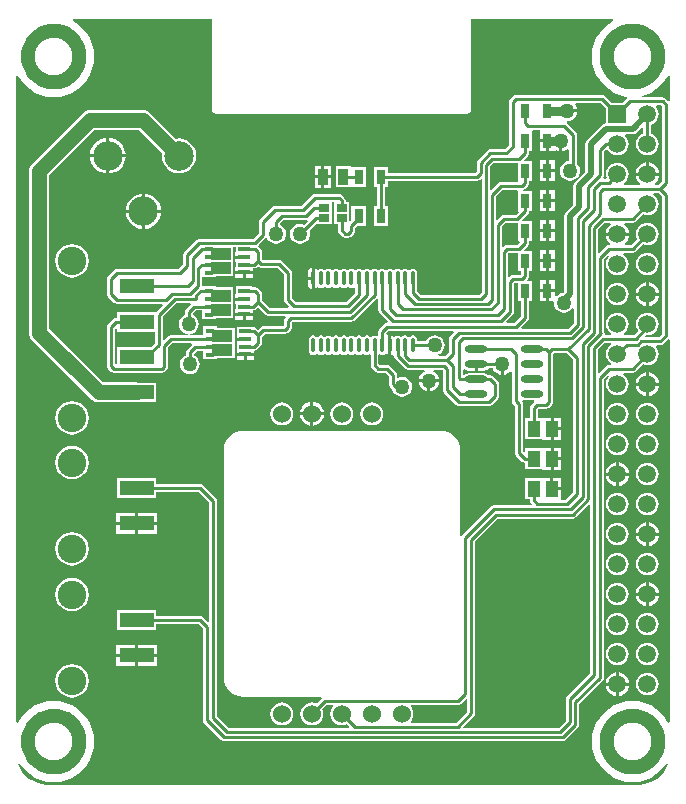
<source format=gtl>
G04 Layer_Physical_Order=1*
G04 Layer_Color=255*
%FSTAX25Y25*%
%MOIN*%
G70*
G01*
G75*
%ADD10R,0.11496X0.05000*%
%ADD11O,0.01378X0.04921*%
%ADD12R,0.03347X0.05512*%
%ADD13R,0.03150X0.04921*%
%ADD14R,0.04134X0.05512*%
%ADD15O,0.07480X0.02362*%
%ADD16R,0.06791X0.03898*%
%ADD17R,0.03898X0.01595*%
%ADD18R,0.02992X0.01595*%
%ADD19R,0.03347X0.02559*%
%ADD20C,0.05000*%
%ADD21C,0.01000*%
%ADD22C,0.02000*%
%ADD23C,0.03000*%
%ADD24C,0.09843*%
%ADD25C,0.06000*%
%ADD26C,0.09488*%
%ADD27R,0.05906X0.05906*%
%ADD28C,0.05906*%
%ADD29C,0.05000*%
G36*
X016154Y0264415D02*
X0159993Y0262867D01*
X0159705Y0262437D01*
X0159605Y026193D01*
Y0260973D01*
X0159266Y0260833D01*
X0158576Y0260304D01*
X0158047Y0259614D01*
X0157715Y0258811D01*
X0157601Y025795D01*
X0157715Y0257088D01*
X0158047Y0256286D01*
X0158576Y0255596D01*
X0159266Y0255067D01*
X0160069Y0254735D01*
X0160532Y0254674D01*
X0160499Y0254174D01*
X0154848D01*
X0154341Y0254073D01*
X0153911Y0253786D01*
X01527Y0252575D01*
X0152239Y0252766D01*
Y0260364D01*
X0156789Y0264915D01*
X0161333D01*
X016154Y0264415D01*
D02*
G37*
G36*
X0270625Y0265739D02*
X0271674D01*
Y0260549D01*
X0269451Y0258326D01*
X0266853D01*
X0266662Y0258787D01*
X0268937Y0261063D01*
X0269225Y0261493D01*
X0269325Y0262D01*
Y0271451D01*
X0269549Y0271674D01*
X0270625D01*
Y0265739D01*
D02*
G37*
G36*
X0300066Y0329788D02*
Y0324835D01*
X03D01*
X0299298Y0324696D01*
X0298702Y0324298D01*
X0293702Y0319298D01*
X0293304Y0318702D01*
X0293165Y0318D01*
Y030876D01*
X0290762Y0306358D01*
X0290386Y0306688D01*
X0290882Y0307336D01*
X0291215Y0308138D01*
X0291329Y0309D01*
X0291215Y0309861D01*
X0290882Y0310664D01*
X0290354Y0311354D01*
X0290325Y0311375D01*
Y0321D01*
X0290225Y0321507D01*
X0289937Y0321937D01*
X0286937Y0324937D01*
X0286869Y0324983D01*
X0286979Y0325391D01*
X0287034Y0325474D01*
X0287914Y032559D01*
X0288765Y0325943D01*
X0289496Y0326504D01*
X0290057Y0327235D01*
X029041Y0328086D01*
X0290464Y03285D01*
X0287D01*
Y03295D01*
X0290464D01*
X029041Y0329914D01*
X0290057Y0330765D01*
X0289743Y0331174D01*
X028999Y0331675D01*
X0298179D01*
X0300066Y0329788D01*
D02*
G37*
G36*
X0301914Y0251224D02*
X0301909Y0251174D01*
X0301142Y0250586D01*
X0300541Y0249802D01*
X0300163Y0248889D01*
X0300034Y0247909D01*
X0300163Y024693D01*
X0300541Y0246017D01*
X0301142Y0245233D01*
X0301673Y0244826D01*
X0301504Y0244325D01*
X0301D01*
X0300493Y0244225D01*
X0300063Y0243937D01*
X0297787Y0241662D01*
X0297325Y0241853D01*
Y0249451D01*
X0299549Y0251675D01*
X030179D01*
X0301914Y0251224D01*
D02*
G37*
G36*
X0137027Y0256185D02*
Y0255425D01*
X0149588D01*
Y0251552D01*
X0148249Y0250213D01*
X0137027D01*
Y0244786D01*
X0136527Y0244571D01*
X0136326Y0244763D01*
Y0256277D01*
X0136527Y0256432D01*
X0137027Y0256185D01*
D02*
G37*
G36*
X0270625Y0305739D02*
X0270417Y0305326D01*
X0265D01*
X0264493Y0305225D01*
X0264063Y0304937D01*
X0261787Y0302662D01*
X0261326Y0302853D01*
Y0310451D01*
X0262549Y0311674D01*
X0270625D01*
Y0305739D01*
D02*
G37*
G36*
Y029154D02*
Y0285739D01*
X0271158D01*
X0271365Y0285239D01*
X0270451Y0284326D01*
X0267D01*
X0266493Y0284225D01*
X0266063Y0283937D01*
X0265787Y0283662D01*
X0265325Y0283853D01*
Y0290451D01*
X0266549Y0291674D01*
X0270461D01*
X0270625Y029154D01*
D02*
G37*
G36*
Y0275739D02*
X0271674D01*
Y0274549D01*
X0271451Y0274325D01*
X0269D01*
X0268493Y0274225D01*
X0268063Y0273937D01*
X0267787Y0273662D01*
X0267325Y0273853D01*
Y0281451D01*
X0267549Y0281675D01*
X0270625D01*
Y0275739D01*
D02*
G37*
G36*
Y0302261D02*
Y0295739D01*
X0270672D01*
X0270864Y0295277D01*
X0269912Y0294325D01*
X0266D01*
X0265493Y0294225D01*
X0265063Y0293937D01*
X0263787Y0292662D01*
X0263326Y0292853D01*
Y0300451D01*
X0265549Y0302675D01*
X0270417D01*
X0270625Y0302261D01*
D02*
G37*
G36*
X0277906Y0322461D02*
Y03195D01*
X028048D01*
Y0319D01*
X028098D01*
Y0315539D01*
X0283055D01*
Y0315539D01*
X0283555Y031581D01*
X0284086Y031559D01*
X02845Y0315536D01*
Y0319D01*
X02855D01*
Y0315536D01*
X0285914Y031559D01*
X0286765Y0315943D01*
X0287175Y0316257D01*
X0287674Y031601D01*
Y0312286D01*
X0287139Y0312215D01*
X0286336Y0311882D01*
X0285646Y0311354D01*
X0285118Y0310664D01*
X0284785Y0309861D01*
X0284671Y0309D01*
X0284785Y0308138D01*
X0285118Y0307336D01*
X0285646Y0306646D01*
X0286336Y0306118D01*
X0287139Y0305785D01*
X0288Y0305672D01*
X0288861Y0305785D01*
X0289664Y0306118D01*
X0290312Y0306614D01*
X0290642Y0306238D01*
X0289702Y0305298D01*
X0289304Y0304702D01*
X0289165Y0304D01*
Y029776D01*
X0286702Y0295298D01*
X0286304Y0294702D01*
X0286165Y0294D01*
Y026876D01*
X0285693Y0268288D01*
X0285139Y0268215D01*
X0284336Y0267882D01*
X0283646Y0267354D01*
X0283555Y0267235D01*
X0283055Y0267404D01*
Y02685D01*
X028098D01*
Y0265539D01*
X0282363D01*
X0282693Y0265163D01*
X0282671Y0265D01*
X0282785Y0264139D01*
X0283118Y0263336D01*
X0283646Y0262646D01*
X0284336Y0262118D01*
X0285139Y0261785D01*
X0286Y0261671D01*
X0286861Y0261785D01*
X0287664Y0262118D01*
X0288354Y0262646D01*
X0288774Y0263195D01*
X0289275Y0263025D01*
Y025824D01*
X028736Y0256326D01*
X0271853D01*
X0271662Y0256787D01*
X0273937Y0259063D01*
X0274225Y0259493D01*
X0274325Y026D01*
Y0265739D01*
X0275375D01*
Y0272261D01*
X0273788D01*
X0273597Y0272723D01*
X0273937Y0273063D01*
X0274225Y0273493D01*
X0274325Y0274D01*
Y0275739D01*
X0275375D01*
Y0282261D01*
X0272788D01*
X0272597Y0282723D01*
X0273937Y0284063D01*
X0274225Y0284493D01*
X0274325Y0285D01*
Y0285739D01*
X0275375D01*
Y0292261D01*
X0272249D01*
X0272058Y0292723D01*
X0273937Y0294602D01*
X0274225Y0295032D01*
X0274325Y0295539D01*
Y0295739D01*
X0275375D01*
Y0302261D01*
X0272482D01*
X0272433Y0302761D01*
X0272507Y0302775D01*
X0272937Y0303063D01*
X0273937Y0304063D01*
X0274225Y0304493D01*
X0274325Y0305D01*
Y0305739D01*
X0275375D01*
Y0312261D01*
X0272788D01*
X0272597Y0312723D01*
X0273937Y0314063D01*
X0274225Y0314493D01*
X0274325Y0315D01*
Y0315739D01*
X0275375D01*
Y0322261D01*
X0275583Y0322674D01*
X0277494D01*
X0277906Y0322461D01*
D02*
G37*
G36*
X0318674Y0300451D02*
Y0254549D01*
X0317613Y0253488D01*
X0313266D01*
X0313038Y0253988D01*
X0313224Y0254203D01*
X0313819Y0254124D01*
X0314799Y0254253D01*
X0315711Y0254631D01*
X0316495Y0255233D01*
X0317097Y0256017D01*
X0317475Y025693D01*
X0317604Y0257909D01*
X0317475Y0258889D01*
X0317097Y0259802D01*
X0316495Y0260586D01*
X0315711Y0261188D01*
X0314799Y0261566D01*
X0313819Y0261695D01*
X0312839Y0261566D01*
X0311926Y0261188D01*
X0311142Y0260586D01*
X0310541Y0259802D01*
X0310163Y0258889D01*
X0310034Y0257909D01*
X0310163Y025693D01*
X0310541Y0256017D01*
X0310802Y0255677D01*
X0309451Y0254326D01*
X0306134D01*
X0305964Y0254825D01*
X0306495Y0255233D01*
X0307097Y0256017D01*
X0307475Y025693D01*
X0307604Y0257909D01*
X0307475Y0258889D01*
X0307097Y0259802D01*
X0306495Y0260586D01*
X0305712Y0261188D01*
X0304799Y0261566D01*
X0303819Y0261695D01*
X0302839Y0261566D01*
X0301926Y0261188D01*
X0301142Y0260586D01*
X0300541Y0259802D01*
X0300163Y0258889D01*
X0300034Y0257909D01*
X0300163Y025693D01*
X0300541Y0256017D01*
X0301142Y0255233D01*
X0301673Y0254825D01*
X0301504Y0254326D01*
X029988D01*
X0299562Y0254712D01*
X029958Y02548D01*
X0299479Y0255307D01*
X0299325Y0255537D01*
Y0279451D01*
X0300683Y0280808D01*
X030106Y0280478D01*
X0300541Y0279802D01*
X0300163Y0278889D01*
X0300034Y0277909D01*
X0300163Y027693D01*
X0300541Y0276017D01*
X0301142Y0275233D01*
X0301926Y0274631D01*
X0302839Y0274253D01*
X0303819Y0274124D01*
X0304799Y0274253D01*
X0305712Y0274631D01*
X0306495Y0275233D01*
X0307097Y0276017D01*
X0307475Y027693D01*
X0307604Y0277909D01*
X0307475Y0278889D01*
X0307097Y0279802D01*
X0306495Y0280586D01*
X0305728Y0281174D01*
X0305723Y0281224D01*
X0305848Y0281675D01*
X030891D01*
X0309417Y0281775D01*
X0309847Y0282063D01*
X0312272Y0284488D01*
X0312839Y0284253D01*
X0313819Y0284124D01*
X0314799Y0284253D01*
X0315711Y0284631D01*
X0316495Y0285233D01*
X0317097Y0286017D01*
X0317475Y028693D01*
X0317604Y0287909D01*
X0317475Y0288889D01*
X0317097Y0289802D01*
X0316495Y0290586D01*
X0315711Y0291188D01*
X0314799Y0291566D01*
X0313819Y0291695D01*
X0312839Y0291566D01*
X0311926Y0291188D01*
X0311142Y0290586D01*
X0310541Y0289802D01*
X0310163Y0288889D01*
X0310034Y0287909D01*
X0310163Y028693D01*
X0310398Y0286363D01*
X030836Y0284326D01*
X0306463D01*
X0306293Y0284825D01*
X0306638Y028509D01*
X0307272Y0285916D01*
X030767Y0286878D01*
X030774Y0287409D01*
X0303819D01*
X0299898D01*
X0299968Y0286878D01*
X0300366Y0285916D01*
X0301Y028509D01*
X0301345Y0284825D01*
X0301175Y0284326D01*
X0301D01*
X0300493Y0284225D01*
X0300063Y0283937D01*
X0297787Y0281662D01*
X0297325Y0281853D01*
Y0289451D01*
X0299549Y0291674D01*
X0301411D01*
X0301581Y0291175D01*
X0301Y0290729D01*
X0300366Y0289903D01*
X0299968Y0288941D01*
X0299898Y0288409D01*
X0303819D01*
X030774D01*
X030767Y0288941D01*
X0307272Y0289903D01*
X0306638Y0290729D01*
X0306057Y0291175D01*
X0306227Y0291674D01*
X0309D01*
X0309507Y0291775D01*
X0309937Y0292063D01*
X0312336Y0294462D01*
X0312839Y0294253D01*
X0313819Y0294124D01*
X0314799Y0294253D01*
X0315711Y0294631D01*
X0316495Y0295233D01*
X0317097Y0296017D01*
X0317475Y029693D01*
X0317604Y0297909D01*
X0317475Y0298889D01*
X0317097Y0299802D01*
X0316495Y0300586D01*
X0315728Y0301174D01*
X0315723Y0301224D01*
X0315848Y0301675D01*
X0317451D01*
X0318674Y0300451D01*
D02*
G37*
G36*
X0253675Y0132877D02*
Y0128729D01*
X0249971Y0125025D01*
X0235138D01*
X0234891Y0125525D01*
X0235319Y0126084D01*
X0235702Y0127008D01*
X0235833Y0128D01*
X0235702Y0128992D01*
X0235319Y0129916D01*
X0234891Y0130474D01*
X0235138Y0130974D01*
X025057D01*
X0251077Y0131075D01*
X0251507Y0131363D01*
X0253213Y0133068D01*
X0253675Y0132877D01*
D02*
G37*
G36*
X0318674Y0330451D02*
Y0305549D01*
X0317451Y0304326D01*
X0316463D01*
X0316293Y0304825D01*
X0316638Y030509D01*
X0317272Y0305916D01*
X031767Y0306878D01*
X031774Y0307409D01*
X0313819D01*
X0309898D01*
X0309968Y0306878D01*
X0310366Y0305916D01*
X0311Y030509D01*
X0311345Y0304825D01*
X0311175Y0304326D01*
X0306134D01*
X0305964Y0304825D01*
X0306495Y0305233D01*
X0307097Y0306017D01*
X0307475Y030693D01*
X0307604Y0307909D01*
X0307475Y0308889D01*
X0307097Y0309802D01*
X0306495Y0310586D01*
X0305712Y0311188D01*
X0304799Y0311566D01*
X0303819Y0311695D01*
X0302839Y0311566D01*
X0301926Y0311188D01*
X0301142Y0310586D01*
X0300541Y0309802D01*
X0300163Y0308889D01*
X0300034Y0307909D01*
X0300163Y030693D01*
X0300206Y0306825D01*
X0299872Y0306326D01*
X0299345D01*
X0299082Y0306825D01*
X0299225Y0307038D01*
X0299325Y0307546D01*
Y0315451D01*
X0300032Y0316158D01*
X0300447Y0316075D01*
X0300566Y0315984D01*
X0301142Y0315233D01*
X0301926Y0314631D01*
X0302839Y0314253D01*
X0303819Y0314124D01*
X0304799Y0314253D01*
X0305712Y0314631D01*
X0306495Y0315233D01*
X0307097Y0316017D01*
X0307475Y031693D01*
X0307604Y0317909D01*
X0307475Y0318889D01*
X0307097Y0319802D01*
X0306495Y0320586D01*
X0306358Y0320691D01*
X0306519Y0321165D01*
X030891D01*
X0309612Y0321304D01*
X0310207Y0321702D01*
X0312032Y0323527D01*
X0312493Y0323335D01*
Y0321422D01*
X0311926Y0321187D01*
X0311142Y0320586D01*
X0310541Y0319802D01*
X0310163Y0318889D01*
X0310034Y0317909D01*
X0310163Y031693D01*
X0310541Y0316017D01*
X0311142Y0315233D01*
X0311926Y0314631D01*
X0312839Y0314253D01*
X0313819Y0314124D01*
X0314799Y0314253D01*
X0315711Y0314631D01*
X0316495Y0315233D01*
X0317097Y0316017D01*
X0317475Y031693D01*
X0317604Y0317909D01*
X0317475Y0318889D01*
X0317097Y0319802D01*
X0316495Y0320586D01*
X0315711Y0321187D01*
X0315144Y0321422D01*
Y0324396D01*
X0315711Y0324631D01*
X0316495Y0325233D01*
X0317097Y0326017D01*
X0317475Y032693D01*
X0317604Y0327909D01*
X0317475Y0328889D01*
X0317097Y0329802D01*
X0316687Y0330337D01*
X0316933Y0330837D01*
X0318289D01*
X0318674Y0330451D01*
D02*
G37*
G36*
X0310522Y0357837D02*
X0312184Y0357438D01*
X0313762Y0356784D01*
X0315219Y0355891D01*
X0316518Y0354782D01*
X0317628Y0353483D01*
X031852Y0352026D01*
X0319174Y0350447D01*
X0319573Y0348786D01*
X0319707Y0347083D01*
X0319573Y0345379D01*
X0319174Y0343718D01*
X031852Y034214D01*
X0317628Y0340683D01*
X0316518Y0339384D01*
X0315219Y0338274D01*
X0313762Y0337381D01*
X0312184Y0336727D01*
X0310522Y0336328D01*
X0308819Y0336194D01*
X0307116Y0336328D01*
X0305454Y0336727D01*
X0303876Y0337381D01*
X0302419Y0338274D01*
X030112Y0339384D01*
X030001Y0340683D01*
X0299117Y034214D01*
X0298464Y0343718D01*
X0298065Y0345379D01*
X0297931Y0347083D01*
X0298065Y0348786D01*
X0298464Y0350447D01*
X0299117Y0352026D01*
X030001Y0353483D01*
X030112Y0354782D01*
X0302419Y0355891D01*
X0303876Y0356784D01*
X0305454Y0357438D01*
X0307116Y0357837D01*
X0308819Y0357971D01*
X0310522Y0357837D01*
D02*
G37*
G36*
X030248Y0359037D02*
X0300856Y0358042D01*
X029924Y0356662D01*
X029786Y0355045D01*
X0296749Y0353233D01*
X0295935Y0351269D01*
X0295439Y0349202D01*
X0295272Y0347083D01*
X0295439Y0344964D01*
X0295935Y0342897D01*
X0296749Y0340933D01*
X029786Y033912D01*
X029924Y0337504D01*
X0300856Y0336123D01*
X0302669Y0335013D01*
X0304633Y0334199D01*
X03067Y0333703D01*
X0307091Y0333672D01*
X0307225Y033316D01*
X0307134Y0333099D01*
X0305697Y0331662D01*
X0301941D01*
X0299666Y0333937D01*
X0299236Y0334225D01*
X0298728Y0334326D01*
X027D01*
X0269493Y0334225D01*
X0269063Y0333937D01*
X0268063Y0332937D01*
X0267775Y0332507D01*
X0267674Y0332D01*
Y0317549D01*
X0266251Y0316125D01*
X0261254D01*
X0260747Y0316025D01*
X0260317Y0315737D01*
X0257263Y0312683D01*
X0256975Y0312253D01*
X0256874Y0311746D01*
Y0308749D01*
X0256451Y0308326D01*
X0227375D01*
Y0310261D01*
X0222625D01*
Y0303739D01*
X0223675D01*
Y0297261D01*
X0222625D01*
Y0290739D01*
X0227375D01*
Y0297261D01*
X0226325D01*
Y0303739D01*
X0227375D01*
Y0305675D01*
X0257D01*
X0257507Y0305775D01*
X0257937Y0306063D01*
X0258213Y0306338D01*
X0258675Y0306147D01*
Y0268549D01*
X0257851Y0267725D01*
X0238149D01*
X0236959Y0268915D01*
Y0270654D01*
X0237036Y0270769D01*
X0237152Y027135D01*
Y0274894D01*
X0237036Y0275475D01*
X0236707Y0275967D01*
X0236215Y0276296D01*
X0235634Y0276412D01*
X0235053Y0276296D01*
X023456Y0275967D01*
X0234148D01*
X0233656Y0276296D01*
X0233075Y0276412D01*
X0232494Y0276296D01*
X0232001Y0275967D01*
X0231589D01*
X0231097Y0276296D01*
X0230516Y0276412D01*
X0229935Y0276296D01*
X0229442Y0275967D01*
X022903D01*
X0228538Y0276296D01*
X0227957Y0276412D01*
X0227376Y0276296D01*
X0226883Y0275967D01*
X0226471D01*
X0225979Y0276296D01*
X0225398Y0276412D01*
X0224817Y0276296D01*
X0224324Y0275967D01*
X0223912D01*
X0223419Y0276296D01*
X0222839Y0276412D01*
X0222258Y0276296D01*
X0221765Y0275967D01*
X0221353D01*
X0220861Y0276296D01*
X022028Y0276412D01*
X0219699Y0276296D01*
X0219206Y0275967D01*
X0218794D01*
X0218302Y0276296D01*
X0217721Y0276412D01*
X021714Y0276296D01*
X0216647Y0275967D01*
X0216235D01*
X0215742Y0276296D01*
X0215161Y0276412D01*
X021458Y0276296D01*
X0214088Y0275967D01*
X0213676D01*
X0213183Y0276296D01*
X0212602Y0276412D01*
X0212021Y0276296D01*
X0211529Y0275967D01*
X0211117D01*
X0210624Y0276296D01*
X0210043Y0276412D01*
X0209462Y0276296D01*
X020897Y0275967D01*
X0208558D01*
X0208065Y0276296D01*
X0207484Y0276412D01*
X0206903Y0276296D01*
X0206411Y0275967D01*
X0205999D01*
X0205506Y0276296D01*
X0204925Y0276412D01*
X0204344Y0276296D01*
X0203852Y0275967D01*
X020342Y0276221D01*
X0203025Y0276485D01*
X0202866Y0276516D01*
Y0273122D01*
Y0269728D01*
X0203025Y0269759D01*
X020342Y0270023D01*
X0203852Y0270277D01*
X0204344Y0269948D01*
X0204925Y0269832D01*
X0205506Y0269948D01*
X0205999Y0270277D01*
X0206411D01*
X0206903Y0269948D01*
X0207484Y0269832D01*
X0208065Y0269948D01*
X0208558Y0270277D01*
X020897D01*
X0209462Y0269948D01*
X0210043Y0269832D01*
X0210624Y0269948D01*
X0211117Y0270277D01*
X0211529D01*
X0212021Y0269948D01*
X0212602Y0269832D01*
X0213183Y0269948D01*
X0213676Y0270277D01*
X0214088D01*
X021458Y0269948D01*
X0215161Y0269832D01*
X0215742Y0269948D01*
X0215895Y027005D01*
X0216395Y0269782D01*
Y0268269D01*
X0213451Y0265325D01*
X0196549D01*
X0195326Y0266549D01*
Y0275D01*
X0195225Y0275507D01*
X0194937Y0275937D01*
X0191937Y0278937D01*
X0191507Y0279225D01*
X0191Y0279326D01*
X0185549D01*
X0185326Y0279549D01*
Y0282D01*
X0185225Y0282507D01*
X0184937Y0282937D01*
X0184221Y0283654D01*
X0184106Y0283821D01*
X018419Y0284316D01*
X0186469Y0286595D01*
X0187045Y0286511D01*
X0187118Y0286336D01*
X0187646Y0285646D01*
X0188336Y0285118D01*
X0189138Y0284785D01*
X019Y0284671D01*
X0190861Y0284785D01*
X0191664Y0285118D01*
X0192354Y0285646D01*
X0192883Y0286336D01*
X0193215Y0287139D01*
X0193328Y0288D01*
X0193215Y0288861D01*
X0192883Y0289664D01*
X0192354Y0290354D01*
X0191664Y0290882D01*
X0191412Y0290987D01*
X0191359Y0291485D01*
X0192549Y0292674D01*
X02D01*
X0200298Y0292734D01*
X0200544Y0292273D01*
X0199303Y0291032D01*
X0198862Y0291215D01*
X0198Y0291329D01*
X0197139Y0291215D01*
X0196336Y0290882D01*
X0195646Y0290354D01*
X0195117Y0289664D01*
X0194785Y0288861D01*
X0194671Y0288D01*
X0194785Y0287139D01*
X0195117Y0286336D01*
X0195646Y0285646D01*
X0196336Y0285118D01*
X0197139Y0284785D01*
X0198Y0284671D01*
X0198862Y0284785D01*
X0199664Y0285118D01*
X0200354Y0285646D01*
X0200883Y0286336D01*
X0201215Y0287139D01*
X0201328Y0288D01*
X0201215Y0288861D01*
X0201117Y0289097D01*
X0203386Y0291366D01*
X0203673Y0291247D01*
Y0291247D01*
X0208619D01*
Y0294594D01*
Y0298675D01*
X0209381D01*
Y0294594D01*
Y0291247D01*
X0210529D01*
Y0289146D01*
X021063Y0288638D01*
X0210917Y0288208D01*
X0212063Y0287063D01*
X0212493Y0286775D01*
X0213Y0286674D01*
X0214D01*
X0214507Y0286775D01*
X0214937Y0287063D01*
X0215937Y0288063D01*
X0216225Y0288493D01*
X0216325Y0289D01*
Y0290045D01*
X0217019Y0290739D01*
X0219895D01*
Y0297261D01*
X0215145D01*
Y0292614D01*
X021479Y0292259D01*
X0214328Y029245D01*
Y0294594D01*
Y0298753D01*
X0213473D01*
X021318Y0299146D01*
X0213079Y0299653D01*
X0212792Y0300083D01*
X0211937Y0300937D01*
X0211507Y0301225D01*
X0211Y0301325D01*
X0203D01*
X0202493Y0301225D01*
X0202063Y0300937D01*
X0198451Y0297325D01*
X018972D01*
X0189213Y0297225D01*
X0188783Y0296937D01*
X0184783Y0292937D01*
X0184496Y0292507D01*
X0184395Y0292D01*
Y0288269D01*
X0182454Y0286328D01*
X0164457D01*
X016395Y0286227D01*
X016352Y028594D01*
X0159463Y0281883D01*
X0159175Y0281453D01*
X0159074Y0280946D01*
Y0277949D01*
X0157451Y0276325D01*
X0137D01*
X0136493Y0276225D01*
X0136063Y0275937D01*
X0134063Y0273937D01*
X0133775Y0273507D01*
X0133675Y0273D01*
Y0268D01*
X0133775Y0267493D01*
X0134063Y0267063D01*
X0136063Y0265063D01*
X0136493Y0264775D01*
X0137Y0264674D01*
X0152147D01*
X0152338Y0264213D01*
X0150467Y0262341D01*
X0150123Y0262025D01*
Y0262025D01*
X0150123Y0262025D01*
X0137027D01*
Y0260051D01*
X0136725D01*
X0136218Y025995D01*
X0135788Y0259662D01*
X0134063Y0257937D01*
X0133775Y0257507D01*
X0133675Y0257D01*
Y0244D01*
X0133775Y0243493D01*
X0134063Y0243063D01*
X0135063Y0242063D01*
X0135493Y0241775D01*
X0136Y0241674D01*
X0152D01*
X0152507Y0241775D01*
X0152937Y0242063D01*
X015365Y0242776D01*
X0153938Y0243206D01*
X0154039Y0243713D01*
Y0250164D01*
X0155397Y0251523D01*
X0161731D01*
X0161939Y0251023D01*
X0160293Y0249377D01*
X0160005Y0248947D01*
X0159905Y024844D01*
Y0247463D01*
X0159566Y0247323D01*
X0158876Y0246794D01*
X0158347Y0246104D01*
X0158015Y0245302D01*
X0157902Y024444D01*
X0158015Y0243579D01*
X0158347Y0242776D01*
X0158876Y0242086D01*
X0159566Y0241558D01*
X0160369Y0241225D01*
X016123Y0241111D01*
X0162092Y0241225D01*
X0162894Y0241558D01*
X0163584Y0242086D01*
X0164113Y0242776D01*
X0164445Y0243579D01*
X0164558Y024444D01*
X0164445Y0245302D01*
X0164113Y0246104D01*
X0163584Y0246794D01*
X0162894Y0247323D01*
X0162642Y0247427D01*
X0162589Y0247925D01*
X0163707Y0249043D01*
X0165796D01*
Y0246104D01*
X0170389D01*
Y0246468D01*
X0176196D01*
Y0251251D01*
Y0256749D01*
X0170389D01*
Y0257111D01*
X0165796D01*
Y0254174D01*
X0161361D01*
X0161328Y0254674D01*
X0161792Y0254735D01*
X0162594Y0255067D01*
X0163284Y0255596D01*
X0163813Y0256286D01*
X0164145Y0257088D01*
X0164259Y025795D01*
X0164145Y0258811D01*
X0163813Y0259614D01*
X0163284Y0260304D01*
X0162594Y0260833D01*
X0162366Y0260927D01*
X0162309Y0261435D01*
X0163309Y0262434D01*
X0165401D01*
Y0259495D01*
X0169993D01*
Y0259859D01*
X01758D01*
Y0264643D01*
Y0270141D01*
X0169993D01*
Y0270503D01*
X0165805D01*
X0165395Y0270539D01*
X0165325Y0270972D01*
Y0273026D01*
X0165401Y0273495D01*
X0169993D01*
Y027386D01*
X01758D01*
Y0278643D01*
Y0283677D01*
X0176661D01*
Y0282037D01*
X0176461D01*
Y028074D01*
X0179409D01*
Y027974D01*
X0176461D01*
Y0278443D01*
X0176661D01*
Y0276959D01*
X0176461D01*
Y0275661D01*
X0179409D01*
X0182358D01*
Y0276434D01*
X018276D01*
X0183267Y0276535D01*
X0183697Y0276823D01*
X0184Y0277126D01*
X0184063Y0277063D01*
X0184493Y0276775D01*
X0185Y0276675D01*
X0190451D01*
X0192675Y0274451D01*
Y0266D01*
X0192775Y0265493D01*
X0193063Y0265063D01*
X0194338Y0263787D01*
X0194147Y0263326D01*
X0187951D01*
X0185326Y0265951D01*
Y0268D01*
X0185225Y0268507D01*
X0184937Y0268937D01*
X0184099Y0269776D01*
X0183669Y0270063D01*
X0183161Y0270164D01*
X0182158D01*
Y0270436D01*
X0176661D01*
Y0268037D01*
X0176461D01*
Y026674D01*
X0179409D01*
Y026574D01*
X0176461D01*
Y0264443D01*
X0176661D01*
Y0262959D01*
X0176461D01*
Y0261661D01*
X0179409D01*
X0182358D01*
Y0262434D01*
X0182866Y0262535D01*
X0183296Y0262823D01*
X0184Y0263527D01*
X0186464Y0261063D01*
X0186894Y0260775D01*
X0187402Y0260675D01*
X0193147D01*
X0193338Y0260213D01*
X0193063Y0259937D01*
X0192775Y0259507D01*
X0192675Y0259D01*
Y0257549D01*
X0192451Y0257326D01*
X0185799D01*
X0185292Y0257225D01*
X0184862Y0256937D01*
X0184Y0256075D01*
X0183691Y0256384D01*
X0183261Y0256671D01*
X0182754Y0256772D01*
X0182554D01*
Y0257044D01*
X0177056D01*
Y0254646D01*
X0176856D01*
Y0253348D01*
X0179805D01*
Y0252348D01*
X0176856D01*
Y0251051D01*
X0177056D01*
Y0249567D01*
X0176856D01*
Y024827D01*
X0179805D01*
X0182754D01*
Y0249043D01*
X0183261Y0249144D01*
X0183691Y0249431D01*
X0184937Y0250677D01*
X0185225Y0251107D01*
X0185326Y0251614D01*
Y0253652D01*
X0186348Y0254675D01*
X0193D01*
X0193507Y0254775D01*
X0193937Y0255063D01*
X0194937Y0256063D01*
X0195225Y0256493D01*
X0195326Y0257D01*
Y0258451D01*
X0195549Y0258675D01*
X0215091D01*
X0215598Y0258775D01*
X0216028Y0259063D01*
X0223572Y0266606D01*
X0224072Y0266399D01*
Y0262602D01*
X0224173Y0262095D01*
X022446Y0261665D01*
X0227338Y0258787D01*
X0227147Y0258326D01*
X0227D01*
X0226493Y0258225D01*
X0226063Y0257937D01*
X022446Y0256335D01*
X0224173Y0255905D01*
X0224072Y0255398D01*
Y0254218D01*
X0223572Y025395D01*
X0223419Y0254052D01*
X0222839Y0254168D01*
X0222258Y0254052D01*
X0221765Y0253723D01*
X0221353D01*
X0220861Y0254052D01*
X022028Y0254168D01*
X0219699Y0254052D01*
X0219206Y0253723D01*
X0218794D01*
X0218302Y0254052D01*
X0217721Y0254168D01*
X021714Y0254052D01*
X0216647Y0253723D01*
X0216235D01*
X0215742Y0254052D01*
X0215161Y0254168D01*
X021458Y0254052D01*
X0214088Y0253723D01*
X0213676D01*
X0213183Y0254052D01*
X0212602Y0254168D01*
X0212021Y0254052D01*
X0211529Y0253723D01*
X0211117D01*
X0210624Y0254052D01*
X0210043Y0254168D01*
X0209462Y0254052D01*
X020897Y0253723D01*
X0208558D01*
X0208065Y0254052D01*
X0207484Y0254168D01*
X0206903Y0254052D01*
X0206411Y0253723D01*
X0205999D01*
X0205506Y0254052D01*
X0204925Y0254168D01*
X0204344Y0254052D01*
X0203852Y0253723D01*
X020344D01*
X0202947Y0254052D01*
X0202366Y0254168D01*
X0201785Y0254052D01*
X0201293Y0253723D01*
X0200964Y0253231D01*
X0200848Y025265D01*
Y0249106D01*
X0200964Y0248525D01*
X0201293Y0248033D01*
X0201785Y0247704D01*
X0202366Y0247588D01*
X0202947Y0247704D01*
X020344Y0248033D01*
X0203852D01*
X0204344Y0247704D01*
X0204925Y0247588D01*
X0205506Y0247704D01*
X0205999Y0248033D01*
X0206411D01*
X0206903Y0247704D01*
X0207484Y0247588D01*
X0208065Y0247704D01*
X0208558Y0248033D01*
X020897D01*
X0209462Y0247704D01*
X0210043Y0247588D01*
X0210624Y0247704D01*
X0211117Y0248033D01*
X0211529D01*
X0212021Y0247704D01*
X0212602Y0247588D01*
X0213183Y0247704D01*
X0213676Y0248033D01*
X0214088D01*
X021458Y0247704D01*
X0215161Y0247588D01*
X0215742Y0247704D01*
X0216235Y0248033D01*
X0216647D01*
X021714Y0247704D01*
X0217721Y0247588D01*
X0218302Y0247704D01*
X0218794Y0248033D01*
X0219206D01*
X0219699Y0247704D01*
X022028Y0247588D01*
X0220861Y0247704D01*
X0221013Y0247806D01*
X0221513Y0247538D01*
Y0244161D01*
X0221614Y0243654D01*
X0221901Y0243224D01*
X0223063Y0242063D01*
X0223493Y0241775D01*
X0224Y0241674D01*
X0226451D01*
X0227675Y0240451D01*
Y0238D01*
X0227775Y0237493D01*
X0228063Y0237063D01*
X0228754Y0236371D01*
X0228785Y0236139D01*
X0229117Y0235336D01*
X0229646Y0234646D01*
X0230336Y0234118D01*
X0231138Y0233785D01*
X0232Y0233671D01*
X0232861Y0233785D01*
X0233664Y0234118D01*
X0234354Y0234646D01*
X0234882Y0235336D01*
X0235215Y0236139D01*
X0235329Y0237D01*
X0235215Y0237861D01*
X0234882Y0238664D01*
X0234354Y0239354D01*
X0233664Y0239882D01*
X0232861Y0240215D01*
X0232Y0240329D01*
X0231138Y0240215D01*
X0230825Y0240085D01*
X0230326Y024042D01*
Y0241D01*
X0230225Y0241507D01*
X0229937Y0241937D01*
X0227937Y0243937D01*
X0227507Y0244225D01*
X0227Y0244325D01*
X0224549D01*
X0224164Y024471D01*
Y0247538D01*
X0224664Y0247806D01*
X0224817Y0247704D01*
X0225398Y0247588D01*
X0225979Y0247704D01*
X0226471Y0248033D01*
X0226903Y0247779D01*
X0227298Y0247515D01*
X0227457Y0247484D01*
Y0250878D01*
Y0254272D01*
X0227298Y0254241D01*
X0227268Y0254221D01*
X0226834Y025444D01*
X022679Y0254916D01*
X0227549Y0255675D01*
X0249147D01*
X0249338Y0255213D01*
X0248063Y0253937D01*
X0247775Y0253507D01*
X0247674Y0253D01*
Y0248549D01*
X0246451Y0247325D01*
X0244231D01*
X0244132Y0247826D01*
X0244542Y0247995D01*
X0245232Y0248524D01*
X024576Y0249214D01*
X0246093Y0250016D01*
X0246206Y0250878D01*
X0246093Y0251739D01*
X024576Y0252542D01*
X0245232Y0253232D01*
X0244542Y0253761D01*
X0243739Y0254093D01*
X0242878Y0254206D01*
X0242017Y0254093D01*
X0241214Y0253761D01*
X0240524Y0253232D01*
X0239995Y0252542D01*
X0239855Y0252203D01*
X0237152D01*
Y025265D01*
X0237036Y0253231D01*
X0236707Y0253723D01*
X0236215Y0254052D01*
X0235634Y0254168D01*
X0235053Y0254052D01*
X023456Y0253723D01*
X0234148D01*
X0233656Y0254052D01*
X0233075Y0254168D01*
X0232494Y0254052D01*
X0232132Y0253811D01*
X0231795Y0253756D01*
X0231458Y0253811D01*
X0231097Y0254052D01*
X0230516Y0254168D01*
X0229935Y0254052D01*
X0229442Y0253723D01*
X022901Y0253977D01*
X0228616Y0254241D01*
X0228457Y0254272D01*
Y0250878D01*
Y0247484D01*
X0228616Y0247515D01*
X022869Y0247565D01*
X0228937Y0247492D01*
X0229211Y0247312D01*
X0229291Y024691D01*
X0229578Y024648D01*
X0232996Y0243063D01*
X0233426Y0242775D01*
X0233933Y0242674D01*
X0239419D01*
X0239518Y0242175D01*
X0239235Y0242057D01*
X0238504Y0241496D01*
X0237943Y0240765D01*
X023759Y0239914D01*
X0237536Y02395D01*
X0244464D01*
X024441Y0239914D01*
X0244057Y0240765D01*
X0243496Y0241496D01*
X0242765Y0242057D01*
X0242482Y0242175D01*
X0242581Y0242674D01*
X0245451D01*
X0245674Y0242451D01*
Y0236D01*
X0245775Y0235493D01*
X0246063Y0235063D01*
X0250075Y0231051D01*
X0250505Y0230764D01*
X0251012Y0230663D01*
X0260988D01*
X0261495Y0230764D01*
X0261925Y0231051D01*
X0263937Y0233063D01*
X0264225Y0233493D01*
X0264325Y0234D01*
Y0238D01*
X0264225Y0238507D01*
X0263937Y0238937D01*
X0262437Y0240437D01*
X0262007Y0240725D01*
X02615Y0240826D01*
X0260804D01*
X0260735Y0240928D01*
X026008Y0241366D01*
X0259307Y024152D01*
X0254189D01*
X0253416Y0241366D01*
X0252825Y0240972D01*
X0252556Y0241045D01*
X0252326Y0241177D01*
Y0242532D01*
X0252825Y0242788D01*
X0253338Y0242445D01*
X0254189Y0242276D01*
X0256248D01*
Y02445D01*
X0257248D01*
Y0242276D01*
X0259307D01*
X0260158Y0242445D01*
X026088Y0242928D01*
X0261045Y0243175D01*
X0262261D01*
X0262443Y0242735D01*
X0263004Y0242004D01*
X0263735Y0241443D01*
X0264586Y024109D01*
X0265Y0241036D01*
Y02445D01*
X0266D01*
Y0241036D01*
X0266414Y024109D01*
X0267265Y0241443D01*
X0267996Y0242004D01*
X0268175Y0242236D01*
X0268674Y0242066D01*
Y0232212D01*
X0268775Y0231705D01*
X0269063Y0231275D01*
X0269674Y0230663D01*
Y0215D01*
X0269775Y0214493D01*
X0270063Y0214063D01*
X0272063Y0212063D01*
X0272493Y0211775D01*
X0273Y0211674D01*
X0273133D01*
Y0209444D01*
X0278618D01*
X0279035Y0209244D01*
X0279284Y0209244D01*
X0281602D01*
Y0213D01*
Y0216756D01*
X0279035D01*
X0278618Y0216556D01*
X0273133D01*
Y0215395D01*
X0272671Y0215203D01*
X0272325Y0215549D01*
Y0231212D01*
X0272225Y0231719D01*
X0271959Y0232116D01*
X0271992Y0232231D01*
X0272219Y0232574D01*
X0272693Y023248D01*
X0275975D01*
X0276127Y023198D01*
X0276063Y0231937D01*
X0275063Y0230937D01*
X0274775Y0230507D01*
X0274675Y023D01*
Y0226556D01*
X0273133D01*
Y0219444D01*
X0278618D01*
X0279035Y0219244D01*
X0279284Y0219244D01*
X0281602D01*
Y0223D01*
Y0226756D01*
X0279035D01*
X0278618Y0226556D01*
X0277326D01*
Y0229451D01*
X0277549Y0229675D01*
X028D01*
X0280507Y0229775D01*
X0280937Y0230063D01*
X0281937Y0231063D01*
X0282225Y0231493D01*
X0282326Y0232D01*
Y0247939D01*
X0282549Y0248163D01*
X0286939D01*
X0289074Y0246027D01*
Y0201949D01*
X0286451Y0199326D01*
X0285067D01*
Y02025D01*
X0282D01*
Y0203D01*
X02815D01*
Y0206756D01*
X0278933D01*
Y0206756D01*
X0278765Y0206556D01*
X0273031D01*
Y0199444D01*
X0274572D01*
Y0199244D01*
X0274673Y0198737D01*
X027496Y0198307D01*
X027528Y0197987D01*
X0275089Y0197526D01*
X0262654D01*
X0262147Y0197425D01*
X0261717Y0197137D01*
X0252063Y0187483D01*
X0251825Y0187128D01*
X0251506Y0187147D01*
X0251325Y0187211D01*
Y0216D01*
X025133D01*
X0251209Y0217235D01*
X0250849Y0218423D01*
X0250264Y0219517D01*
X0249476Y0220476D01*
X0248517Y0221264D01*
X0247423Y0221849D01*
X0246235Y0222209D01*
X0245Y022233D01*
Y0222325D01*
X0179D01*
Y022233D01*
X0177765Y0222209D01*
X0176577Y0221849D01*
X0175483Y0221264D01*
X0174524Y0220476D01*
X0173736Y0219517D01*
X0173151Y0218423D01*
X0172791Y0217235D01*
X0172669Y0216D01*
X0172675D01*
X0172675Y0216D01*
Y014D01*
X0172669D01*
X0172791Y0138765D01*
X0173151Y0137577D01*
X0173736Y0136483D01*
X0174524Y0135524D01*
X0175483Y0134736D01*
X0176577Y0134151D01*
X0177765Y0133791D01*
X0179Y0133669D01*
X0179Y0133675D01*
X0205117D01*
X0205255Y013343D01*
X02053Y0133175D01*
X0203583Y0131457D01*
X0202992Y0131702D01*
X0202Y0131833D01*
X0201008Y0131702D01*
X0200084Y0131319D01*
X019929Y013071D01*
X0198681Y0129916D01*
X0198298Y0128992D01*
X0198167Y0128D01*
X0198298Y0127008D01*
X0198681Y0126084D01*
X019929Y012529D01*
X0200084Y0124681D01*
X0201008Y0124298D01*
X0202Y0124167D01*
X0202992Y0124298D01*
X0203916Y0124681D01*
X020471Y012529D01*
X0205319Y0126084D01*
X0205702Y0127008D01*
X0205833Y0128D01*
X0205702Y0128992D01*
X0205457Y0129583D01*
X0206849Y0130974D01*
X0208862D01*
X0209109Y0130474D01*
X0208681Y0129916D01*
X0208298Y0128992D01*
X0208167Y0128D01*
X0208298Y0127008D01*
X0208681Y0126084D01*
X020929Y012529D01*
X0210084Y0124681D01*
X0211008Y0124298D01*
X0212Y0124167D01*
X0212992Y0124298D01*
X0213583Y0124543D01*
X0214438Y0123687D01*
X0214247Y0123225D01*
X0174239D01*
X0170326Y0127139D01*
Y0199D01*
X0170225Y0199507D01*
X0169937Y0199937D01*
X0165661Y0204213D01*
X0165231Y0204501D01*
X0164724Y0204602D01*
X0150123D01*
Y0206576D01*
X0137027D01*
Y0199976D01*
X0150123D01*
Y0201951D01*
X0164175D01*
X0167675Y0198451D01*
Y0158853D01*
X0167213Y0158662D01*
X0165661Y0160213D01*
X0165231Y0160501D01*
X0164724Y0160601D01*
X0150123D01*
Y0162576D01*
X0137027D01*
Y0155976D01*
X0150123D01*
Y015795D01*
X0164175D01*
X0165674Y0156451D01*
Y012584D01*
X0165775Y0125333D01*
X0166063Y0124903D01*
X0171803Y0119163D01*
X0172233Y0118875D01*
X017274Y0118774D01*
X0285526D01*
X0286033Y0118875D01*
X0286463Y0119163D01*
X0290737Y0123437D01*
X0291025Y0123867D01*
X0291125Y0124374D01*
Y0131251D01*
X0298937Y0139063D01*
X0299225Y0139493D01*
X0299325Y014D01*
Y0239451D01*
X0300683Y0240808D01*
X030106Y0240478D01*
X0300541Y0239802D01*
X0300163Y0238889D01*
X0300034Y0237909D01*
X0300163Y023693D01*
X0300541Y0236017D01*
X0301142Y0235233D01*
X0301926Y0234631D01*
X0302839Y0234253D01*
X0303819Y0234124D01*
X0304799Y0234253D01*
X0305712Y0234631D01*
X0306495Y0235233D01*
X0307097Y0236017D01*
X0307475Y023693D01*
X0307604Y0237909D01*
X0307475Y0238889D01*
X0307097Y0239802D01*
X0306495Y0240586D01*
X0305728Y0241175D01*
X0305723Y0241224D01*
X0305848Y0241674D01*
X030891D01*
X0309417Y0241775D01*
X0309847Y0242063D01*
X0312272Y0244488D01*
X0312839Y0244253D01*
X0313819Y0244124D01*
X0314799Y0244253D01*
X0315711Y0244631D01*
X0316495Y0245233D01*
X0317097Y0246017D01*
X0317475Y024693D01*
X0317604Y0247909D01*
X0317475Y0248889D01*
X0317097Y0249802D01*
X0316687Y0250337D01*
X0316933Y0250837D01*
X0318162D01*
X0318669Y0250938D01*
X0319099Y0251225D01*
X0320773Y0252899D01*
X0321273Y0252691D01*
Y0125216D01*
X0320773Y0125075D01*
X0319778Y0126699D01*
X0318398Y0128315D01*
X0316781Y0129696D01*
X0314969Y0130806D01*
X0313005Y013162D01*
X0310938Y0132116D01*
X0308819Y0132283D01*
X03067Y0132116D01*
X0304633Y013162D01*
X0302669Y0130806D01*
X0300856Y0129696D01*
X029924Y0128315D01*
X029786Y0126699D01*
X0296749Y0124886D01*
X0295935Y0122922D01*
X0295439Y0120855D01*
X0295272Y0118736D01*
X0295439Y0116617D01*
X0295935Y011455D01*
X0296749Y0112586D01*
X029786Y0110774D01*
X029924Y0109157D01*
X0300856Y0107777D01*
X0302669Y0106666D01*
X0304633Y0105853D01*
X03067Y0105357D01*
X0308819Y010519D01*
X0310938Y0105357D01*
X0313005Y0105853D01*
X0314969Y0106666D01*
X0316781Y0107777D01*
X0318398Y0109157D01*
X0319778Y0110774D01*
X0320159Y0111396D01*
X0320606Y0111168D01*
X0320137Y0110035D01*
X0319277Y0108631D01*
X0318207Y0107379D01*
X0316955Y010631D01*
X0315551Y0105449D01*
X031403Y0104819D01*
X0312429Y0104435D01*
X0311279Y0104344D01*
X0310787Y0104314D01*
X0310787Y0104314D01*
X0310295Y0104314D01*
X0114435D01*
X0114429Y0104314D01*
X0113937Y0104314D01*
X011345Y0104344D01*
X0112295Y0104435D01*
X0110694Y0104819D01*
X0109173Y0105449D01*
X0107769Y010631D01*
X0106517Y0107379D01*
X0105448Y0108631D01*
X0104587Y0110035D01*
X0104118Y0111168D01*
X0104565Y0111396D01*
X0104946Y0110774D01*
X0106327Y0109157D01*
X0107943Y0107777D01*
X0109756Y0106666D01*
X0111719Y0105853D01*
X0113786Y0105357D01*
X0115905Y010519D01*
X0118025Y0105357D01*
X0120092Y0105853D01*
X0122055Y0106666D01*
X0123868Y0107777D01*
X0125484Y0109157D01*
X0126865Y0110774D01*
X0127975Y0112586D01*
X0128789Y011455D01*
X0129285Y0116617D01*
X0129452Y0118736D01*
X0129285Y0120855D01*
X0128789Y0122922D01*
X0127975Y0124886D01*
X0126865Y0126699D01*
X0125484Y0128315D01*
X0123868Y0129696D01*
X0122055Y0130806D01*
X0120092Y013162D01*
X0118025Y0132116D01*
X0115905Y0132283D01*
X0113786Y0132116D01*
X0111719Y013162D01*
X0109756Y0130806D01*
X0107943Y0129696D01*
X0106327Y0128315D01*
X0104946Y0126699D01*
X0103952Y0125075D01*
X0103452Y0125216D01*
Y0340602D01*
X0103952Y0340743D01*
X0104946Y033912D01*
X0106327Y0337504D01*
X0107943Y0336123D01*
X0109756Y0335013D01*
X0111719Y0334199D01*
X0113786Y0333703D01*
X0115905Y0333536D01*
X0118025Y0333703D01*
X0120092Y0334199D01*
X0122055Y0335013D01*
X0123868Y0336123D01*
X0125484Y0337504D01*
X0126865Y033912D01*
X0127975Y0340933D01*
X0128789Y0342897D01*
X0129285Y0344964D01*
X0129452Y0347083D01*
X0129285Y0349202D01*
X0128789Y0351269D01*
X0127975Y0353233D01*
X0126865Y0355045D01*
X0125484Y0356662D01*
X0123868Y0358042D01*
X0122245Y0359037D01*
X0122386Y0359537D01*
X0168714D01*
Y0329366D01*
X0168815Y0328859D01*
X0169102Y0328429D01*
X0169532Y0328142D01*
X0170039Y0328041D01*
X0253701D01*
X0254208Y0328142D01*
X0254638Y0328429D01*
X0254925Y0328859D01*
X0255026Y0329366D01*
Y0359537D01*
X0302339D01*
X030248Y0359037D01*
D02*
G37*
G36*
X0294674Y0197601D02*
Y0141549D01*
X0287063Y0133937D01*
X0286775Y0133507D01*
X0286674Y0133D01*
Y0125669D01*
X0284231Y0123225D01*
X0252573D01*
X0252382Y0123687D01*
X0255937Y0127243D01*
X0256225Y0127673D01*
X0256326Y012818D01*
Y0185451D01*
X0263949Y0193075D01*
X0288946D01*
X0289453Y0193175D01*
X0289883Y0193463D01*
X0294213Y0197792D01*
X0294674Y0197601D01*
D02*
G37*
G36*
X0310522Y012949D02*
X0312184Y0129092D01*
X0313762Y0128438D01*
X0315219Y0127545D01*
X0316518Y0126435D01*
X0317628Y0125136D01*
X031852Y0123679D01*
X0319174Y0122101D01*
X0319573Y012044D01*
X0319707Y0118736D01*
X0319573Y0117033D01*
X0319174Y0115372D01*
X031852Y0113793D01*
X0317628Y0112336D01*
X0316518Y0111037D01*
X0315219Y0109927D01*
X0313762Y0109035D01*
X0312184Y0108381D01*
X0310522Y0107982D01*
X0308819Y0107848D01*
X0307116Y0107982D01*
X0305454Y0108381D01*
X0303876Y0109035D01*
X0302419Y0109927D01*
X030112Y0111037D01*
X030001Y0112336D01*
X0299117Y0113793D01*
X0298464Y0115372D01*
X0298065Y0117033D01*
X0297931Y0118736D01*
X0298065Y012044D01*
X0298464Y0122101D01*
X0299117Y0123679D01*
X030001Y0125136D01*
X030112Y0126435D01*
X0302419Y0127545D01*
X0303876Y0128438D01*
X0305454Y0129092D01*
X0307116Y012949D01*
X0308819Y0129624D01*
X0310522Y012949D01*
D02*
G37*
G36*
X0117609D02*
X011927Y0129092D01*
X0120849Y0128438D01*
X0122306Y0127545D01*
X0123605Y0126435D01*
X0124714Y0125136D01*
X0125607Y0123679D01*
X0126261Y0122101D01*
X012666Y012044D01*
X0126794Y0118736D01*
X012666Y0117033D01*
X0126261Y0115372D01*
X0125607Y0113793D01*
X0124714Y0112336D01*
X0123605Y0111037D01*
X0122306Y0109927D01*
X0120849Y0109035D01*
X011927Y0108381D01*
X0117609Y0107982D01*
X0115905Y0107848D01*
X0114202Y0107982D01*
X0112541Y0108381D01*
X0110962Y0109035D01*
X0109505Y0109927D01*
X0108206Y0111037D01*
X0107097Y0112336D01*
X0106204Y0113793D01*
X010555Y0115372D01*
X0105151Y0117033D01*
X0105017Y0118736D01*
X0105151Y012044D01*
X010555Y0122101D01*
X0106204Y0123679D01*
X0107097Y0125136D01*
X0108206Y0126435D01*
X0109505Y0127545D01*
X0110962Y0128438D01*
X0112541Y0129092D01*
X0114202Y012949D01*
X0115905Y0129624D01*
X0117609Y012949D01*
D02*
G37*
G36*
X0321273Y0340602D02*
Y0332309D01*
X0320773Y0332101D01*
X0319775Y0333099D01*
X0319345Y0333387D01*
X0318838Y0333488D01*
X0312183D01*
X0312124Y0333988D01*
X0313005Y0334199D01*
X0314969Y0335013D01*
X0316781Y0336123D01*
X0318398Y0337504D01*
X0319778Y033912D01*
X0320773Y0340743D01*
X0321273Y0340602D01*
D02*
G37*
G36*
X0117609Y0357837D02*
X011927Y0357438D01*
X0120849Y0356784D01*
X0122306Y0355891D01*
X0123605Y0354782D01*
X0124714Y0353483D01*
X0125607Y0352026D01*
X0126261Y0350447D01*
X012666Y0348786D01*
X0126794Y0347083D01*
X012666Y0345379D01*
X0126261Y0343718D01*
X0125607Y034214D01*
X0124714Y0340683D01*
X0123605Y0339384D01*
X0122306Y0338274D01*
X0120849Y0337381D01*
X011927Y0336727D01*
X0117609Y0336328D01*
X0115905Y0336194D01*
X0114202Y0336328D01*
X0112541Y0336727D01*
X0110962Y0337381D01*
X0109505Y0338274D01*
X0108206Y0339384D01*
X0107097Y0340683D01*
X0106204Y034214D01*
X010555Y0343718D01*
X0105151Y0345379D01*
X0105017Y0347083D01*
X0105151Y0348786D01*
X010555Y0350447D01*
X0106204Y0352026D01*
X0107097Y0353483D01*
X0108206Y0354782D01*
X0109505Y0355891D01*
X0110962Y0356784D01*
X0112541Y0357438D01*
X0114202Y0357837D01*
X0115905Y0357971D01*
X0117609Y0357837D01*
D02*
G37*
%LPC*%
G36*
X0283055Y0302461D02*
X028098D01*
Y02995D01*
X0283055D01*
Y0302461D01*
D02*
G37*
G36*
X027998D02*
X0277906D01*
Y02995D01*
X027998D01*
Y0302461D01*
D02*
G37*
G36*
Y03085D02*
X0277906D01*
Y0305539D01*
X027998D01*
Y03085D01*
D02*
G37*
G36*
X0283055Y0292461D02*
X028098D01*
Y02895D01*
X0283055D01*
Y0292461D01*
D02*
G37*
G36*
X027998D02*
X0277906D01*
Y02895D01*
X027998D01*
Y0292461D01*
D02*
G37*
G36*
X0283055Y02885D02*
X028098D01*
Y0285539D01*
X0283055D01*
Y02885D01*
D02*
G37*
G36*
Y02985D02*
X028098D01*
Y0295539D01*
X0283055D01*
Y02985D01*
D02*
G37*
G36*
X027998D02*
X0277906D01*
Y0295539D01*
X027998D01*
Y02985D01*
D02*
G37*
G36*
X0283055Y0312461D02*
X028098D01*
Y03095D01*
X0283055D01*
Y0312461D01*
D02*
G37*
G36*
X027998D02*
X0277906D01*
Y03095D01*
X027998D01*
Y0312461D01*
D02*
G37*
G36*
Y03185D02*
X0277906D01*
Y0315539D01*
X027998D01*
Y03185D01*
D02*
G37*
G36*
X0283055Y03085D02*
X028098D01*
Y0305539D01*
X0283055D01*
Y03085D01*
D02*
G37*
G36*
X027998Y02885D02*
X0277906D01*
Y0285539D01*
X027998D01*
Y02885D01*
D02*
G37*
G36*
Y02785D02*
X0277906D01*
Y0275539D01*
X027998D01*
Y02785D01*
D02*
G37*
G36*
X0283055Y0282461D02*
X028098D01*
Y02795D01*
X0283055D01*
Y0282461D01*
D02*
G37*
G36*
X027998D02*
X0277906D01*
Y02795D01*
X027998D01*
Y0282461D01*
D02*
G37*
G36*
X0283055Y02785D02*
X028098D01*
Y0275539D01*
X0283055D01*
Y02785D01*
D02*
G37*
G36*
X027998Y02685D02*
X0277906D01*
Y0265539D01*
X027998D01*
Y02685D01*
D02*
G37*
G36*
Y0272461D02*
X0277906D01*
Y02695D01*
X027998D01*
Y0272461D01*
D02*
G37*
G36*
X0283055D02*
X028098D01*
Y02695D01*
X0283055D01*
Y0272461D01*
D02*
G37*
G36*
X0303819Y0271695D02*
X0302839Y0271566D01*
X0301926Y0271187D01*
X0301142Y0270586D01*
X0300541Y0269802D01*
X0300163Y0268889D01*
X0300034Y0267909D01*
X0300163Y026693D01*
X0300541Y0266017D01*
X0301142Y0265233D01*
X0301926Y0264631D01*
X0302839Y0264253D01*
X0303819Y0264124D01*
X0304799Y0264253D01*
X0305712Y0264631D01*
X0306495Y0265233D01*
X0307097Y0266017D01*
X0307475Y026693D01*
X0307604Y0267909D01*
X0307475Y0268889D01*
X0307097Y0269802D01*
X0306495Y0270586D01*
X0305712Y0271187D01*
X0304799Y0271566D01*
X0303819Y0271695D01*
D02*
G37*
G36*
X031774Y0267409D02*
X0314319D01*
Y0263988D01*
X0314851Y0264058D01*
X0315812Y0264457D01*
X0316638Y026509D01*
X0317272Y0265916D01*
X031767Y0266878D01*
X031774Y0267409D01*
D02*
G37*
G36*
X0313319D02*
X0309898D01*
X0309968Y0266878D01*
X0310366Y0265916D01*
X0311Y026509D01*
X0311825Y0264457D01*
X0312787Y0264058D01*
X0313319Y0263988D01*
Y0267409D01*
D02*
G37*
G36*
X0313819Y0281695D02*
X0312839Y0281566D01*
X0311926Y0281188D01*
X0311142Y0280586D01*
X0310541Y0279802D01*
X0310163Y0278889D01*
X0310034Y0277909D01*
X0310163Y027693D01*
X0310541Y0276017D01*
X0311142Y0275233D01*
X0311926Y0274631D01*
X0312839Y0274253D01*
X0313819Y0274124D01*
X0314799Y0274253D01*
X0315711Y0274631D01*
X0316495Y0275233D01*
X0317097Y0276017D01*
X0317475Y027693D01*
X0317604Y0277909D01*
X0317475Y0278889D01*
X0317097Y0279802D01*
X0316495Y0280586D01*
X0315711Y0281188D01*
X0314799Y0281566D01*
X0313819Y0281695D01*
D02*
G37*
G36*
X0314319Y0271831D02*
Y0268409D01*
X031774D01*
X031767Y0268941D01*
X0317272Y0269903D01*
X0316638Y0270729D01*
X0315812Y0271362D01*
X0314851Y027176D01*
X0314319Y0271831D01*
D02*
G37*
G36*
X0313319D02*
X0312787Y027176D01*
X0311825Y0271362D01*
X0311Y0270729D01*
X0310366Y0269903D01*
X0309968Y0268941D01*
X0309898Y0268409D01*
X0313319D01*
Y0271831D01*
D02*
G37*
G36*
X0314319Y031183D02*
Y0308409D01*
X031774D01*
X031767Y0308941D01*
X0317272Y0309903D01*
X0316638Y0310729D01*
X0315812Y0311362D01*
X0314851Y031176D01*
X0314319Y031183D01*
D02*
G37*
G36*
X0313319D02*
X0312787Y031176D01*
X0311825Y0311362D01*
X0311Y0310729D01*
X0310366Y0309903D01*
X0309968Y0308941D01*
X0309898Y0308409D01*
X0313319D01*
Y031183D01*
D02*
G37*
G36*
X0308819Y0353326D02*
X0307601Y0353206D01*
X030643Y0352851D01*
X030535Y0352274D01*
X0304404Y0351497D01*
X0303628Y0350551D01*
X0303051Y0349472D01*
X0302695Y0348301D01*
X0302575Y0347083D01*
X0302695Y0345865D01*
X0303051Y0344693D01*
X0303628Y0343614D01*
X0304404Y0342668D01*
X030535Y0341891D01*
X030643Y0341315D01*
X0307601Y0340959D01*
X0308819Y0340839D01*
X0310037Y0340959D01*
X0311208Y0341315D01*
X0312288Y0341891D01*
X0313234Y0342668D01*
X031401Y0343614D01*
X0314587Y0344693D01*
X0314942Y0345865D01*
X0315062Y0347083D01*
X0314942Y0348301D01*
X0314587Y0349472D01*
X031401Y0350551D01*
X0313234Y0351497D01*
X0312288Y0352274D01*
X0311208Y0352851D01*
X0310037Y0353206D01*
X0308819Y0353326D01*
D02*
G37*
G36*
X030774Y0207409D02*
X0304319D01*
Y0203988D01*
X0304851Y0204058D01*
X0305812Y0204457D01*
X0306638Y020509D01*
X0307272Y0205916D01*
X030767Y0206878D01*
X030774Y0207409D01*
D02*
G37*
G36*
X0313819Y0211695D02*
X0312839Y0211566D01*
X0311926Y0211188D01*
X0311142Y0210586D01*
X0310541Y0209802D01*
X0310163Y0208889D01*
X0310034Y0207909D01*
X0310163Y020693D01*
X0310541Y0206017D01*
X0311142Y0205233D01*
X0311926Y0204631D01*
X0312839Y0204253D01*
X0313819Y0204124D01*
X0314799Y0204253D01*
X0315711Y0204631D01*
X0316495Y0205233D01*
X0317097Y0206017D01*
X0317475Y020693D01*
X0317604Y0207909D01*
X0317475Y0208889D01*
X0317097Y0209802D01*
X0316495Y0210586D01*
X0315711Y0211188D01*
X0314799Y0211566D01*
X0313819Y0211695D01*
D02*
G37*
G36*
X0122Y0217332D02*
X0120553Y0217141D01*
X0119204Y0216583D01*
X0118046Y0215694D01*
X0117157Y0214536D01*
X0116599Y0213187D01*
X0116408Y021174D01*
X0116599Y0210293D01*
X0117157Y0208944D01*
X0118046Y0207786D01*
X0119204Y0206897D01*
X0120553Y0206339D01*
X0122Y0206148D01*
X0123447Y0206339D01*
X0124796Y0206897D01*
X0125954Y0207786D01*
X0126843Y0208944D01*
X0127401Y0210293D01*
X0127592Y021174D01*
X0127401Y0213187D01*
X0126843Y0214536D01*
X0125954Y0215694D01*
X0124796Y0216583D01*
X0123447Y0217141D01*
X0122Y0217332D01*
D02*
G37*
G36*
X0150323Y0194964D02*
X0144075D01*
Y0191964D01*
X0150323D01*
Y0194964D01*
D02*
G37*
G36*
X0143075D02*
X0136827D01*
Y0191964D01*
X0143075D01*
Y0194964D01*
D02*
G37*
G36*
X0314319Y0191831D02*
Y0188409D01*
X031774D01*
X031767Y0188941D01*
X0317272Y0189903D01*
X0316638Y0190729D01*
X0315812Y0191362D01*
X0314851Y019176D01*
X0314319Y0191831D01*
D02*
G37*
G36*
X0303819Y0201695D02*
X0302839Y0201566D01*
X0301926Y0201187D01*
X0301142Y0200586D01*
X0300541Y0199802D01*
X0300163Y0198889D01*
X0300034Y0197909D01*
X0300163Y019693D01*
X0300541Y0196017D01*
X0301142Y0195233D01*
X0301926Y0194631D01*
X0302839Y0194253D01*
X0303819Y0194124D01*
X0304799Y0194253D01*
X0305712Y0194631D01*
X0306495Y0195233D01*
X0307097Y0196017D01*
X0307475Y019693D01*
X0307604Y0197909D01*
X0307475Y0198889D01*
X0307097Y0199802D01*
X0306495Y0200586D01*
X0305712Y0201187D01*
X0304799Y0201566D01*
X0303819Y0201695D01*
D02*
G37*
G36*
X0303319Y0207409D02*
X0299898D01*
X0299968Y0206878D01*
X0300366Y0205916D01*
X0301Y020509D01*
X0301825Y0204457D01*
X0302787Y0204058D01*
X0303319Y0203988D01*
Y0207409D01*
D02*
G37*
G36*
X0285067Y0206756D02*
X02825D01*
Y02035D01*
X0285067D01*
Y0206756D01*
D02*
G37*
G36*
X0313819Y0201695D02*
X0312839Y0201566D01*
X0311926Y0201187D01*
X0311142Y0200586D01*
X0310541Y0199802D01*
X0310163Y0198889D01*
X0310034Y0197909D01*
X0310163Y019693D01*
X0310541Y0196017D01*
X0311142Y0195233D01*
X0311926Y0194631D01*
X0312839Y0194253D01*
X0313819Y0194124D01*
X0314799Y0194253D01*
X0315711Y0194631D01*
X0316495Y0195233D01*
X0317097Y0196017D01*
X0317475Y019693D01*
X0317604Y0197909D01*
X0317475Y0198889D01*
X0317097Y0199802D01*
X0316495Y0200586D01*
X0315711Y0201187D01*
X0314799Y0201566D01*
X0313819Y0201695D01*
D02*
G37*
G36*
X0122Y023223D02*
X0120553Y0232039D01*
X0119204Y0231481D01*
X0118046Y0230592D01*
X0117157Y0229434D01*
X0116599Y0228085D01*
X0116408Y0226638D01*
X0116599Y0225191D01*
X0117157Y0223842D01*
X0118046Y0222684D01*
X0119204Y0221795D01*
X0120553Y0221237D01*
X0122Y0221046D01*
X0123447Y0221237D01*
X0124796Y0221795D01*
X0125954Y0222684D01*
X0126843Y0223842D01*
X0127401Y0225191D01*
X0127592Y0226638D01*
X0127401Y0228085D01*
X0126843Y0229434D01*
X0125954Y0230592D01*
X0124796Y0231481D01*
X0123447Y0232039D01*
X0122Y023223D01*
D02*
G37*
G36*
X0313819Y0231695D02*
X0312839Y0231566D01*
X0311926Y0231188D01*
X0311142Y0230586D01*
X0310541Y0229802D01*
X0310163Y0228889D01*
X0310034Y0227909D01*
X0310163Y022693D01*
X0310541Y0226017D01*
X0311142Y0225233D01*
X0311926Y0224631D01*
X0312839Y0224253D01*
X0313819Y0224124D01*
X0314799Y0224253D01*
X0315711Y0224631D01*
X0316495Y0225233D01*
X0317097Y0226017D01*
X0317475Y022693D01*
X0317604Y0227909D01*
X0317475Y0228889D01*
X0317097Y0229802D01*
X0316495Y0230586D01*
X0315711Y0231188D01*
X0314799Y0231566D01*
X0313819Y0231695D01*
D02*
G37*
G36*
X0285169Y02225D02*
X0282602D01*
Y0219244D01*
X0285169D01*
Y02225D01*
D02*
G37*
G36*
X0282602Y0226756D02*
Y02235D01*
X0285169D01*
Y0226756D01*
X0282602D01*
D02*
G37*
G36*
X0303819Y0231695D02*
X0302839Y0231566D01*
X0301926Y0231188D01*
X0301142Y0230586D01*
X0300541Y0229802D01*
X0300163Y0228889D01*
X0300034Y0227909D01*
X0300163Y022693D01*
X0300541Y0226017D01*
X0301142Y0225233D01*
X0301926Y0224631D01*
X0302839Y0224253D01*
X0303819Y0224124D01*
X0304799Y0224253D01*
X0305712Y0224631D01*
X0306495Y0225233D01*
X0307097Y0226017D01*
X0307475Y022693D01*
X0307604Y0227909D01*
X0307475Y0228889D01*
X0307097Y0229802D01*
X0306495Y0230586D01*
X0305712Y0231188D01*
X0304799Y0231566D01*
X0303819Y0231695D01*
D02*
G37*
G36*
X0205969Y02275D02*
X02025D01*
Y0224031D01*
X0203044Y0224103D01*
X0204017Y0224506D01*
X0204853Y0225147D01*
X0205494Y0225983D01*
X0205897Y0226956D01*
X0205969Y02275D01*
D02*
G37*
G36*
X02015D02*
X0198031D01*
X0198103Y0226956D01*
X0198506Y0225983D01*
X0199147Y0225147D01*
X0199983Y0224506D01*
X0200956Y0224103D01*
X02015Y0224031D01*
Y02275D01*
D02*
G37*
G36*
X0313819Y0221695D02*
X0312839Y0221566D01*
X0311926Y0221187D01*
X0311142Y0220586D01*
X0310541Y0219802D01*
X0310163Y0218889D01*
X0310034Y0217909D01*
X0310163Y021693D01*
X0310541Y0216017D01*
X0311142Y0215233D01*
X0311926Y0214631D01*
X0312839Y0214253D01*
X0313819Y0214124D01*
X0314799Y0214253D01*
X0315711Y0214631D01*
X0316495Y0215233D01*
X0317097Y0216017D01*
X0317475Y021693D01*
X0317604Y0217909D01*
X0317475Y0218889D01*
X0317097Y0219802D01*
X0316495Y0220586D01*
X0315711Y0221187D01*
X0314799Y0221566D01*
X0313819Y0221695D01*
D02*
G37*
G36*
X0285169Y02125D02*
X0282602D01*
Y0209244D01*
X0285169D01*
Y02125D01*
D02*
G37*
G36*
X0304319Y021183D02*
Y0208409D01*
X030774D01*
X030767Y0208941D01*
X0307272Y0209903D01*
X0306638Y0210729D01*
X0305812Y0211362D01*
X0304851Y021176D01*
X0304319Y021183D01*
D02*
G37*
G36*
X0303319D02*
X0302787Y021176D01*
X0301825Y0211362D01*
X0301Y0210729D01*
X0300366Y0209903D01*
X0299968Y0208941D01*
X0299898Y0208409D01*
X0303319D01*
Y021183D01*
D02*
G37*
G36*
X0282602Y0216756D02*
Y02135D01*
X0285169D01*
Y0216756D01*
X0282602D01*
D02*
G37*
G36*
X0192Y0231833D02*
X0191008Y0231702D01*
X0190084Y0231319D01*
X018929Y023071D01*
X0188681Y0229916D01*
X0188298Y0228992D01*
X0188167Y0228D01*
X0188298Y0227008D01*
X0188681Y0226084D01*
X018929Y022529D01*
X0190084Y0224681D01*
X0191008Y0224298D01*
X0192Y0224167D01*
X0192992Y0224298D01*
X0193916Y0224681D01*
X019471Y022529D01*
X0195319Y0226084D01*
X0195702Y0227008D01*
X0195833Y0228D01*
X0195702Y0228992D01*
X0195319Y0229916D01*
X019471Y023071D01*
X0193916Y0231319D01*
X0192992Y0231702D01*
X0192Y0231833D01*
D02*
G37*
G36*
X0212D02*
X0211008Y0231702D01*
X0210084Y0231319D01*
X020929Y023071D01*
X0208681Y0229916D01*
X0208298Y0228992D01*
X0208167Y0228D01*
X0208298Y0227008D01*
X0208681Y0226084D01*
X020929Y022529D01*
X0210084Y0224681D01*
X0211008Y0224298D01*
X0212Y0224167D01*
X0212992Y0224298D01*
X0213916Y0224681D01*
X021471Y022529D01*
X0215319Y0226084D01*
X0215702Y0227008D01*
X0215833Y0228D01*
X0215702Y0228992D01*
X0215319Y0229916D01*
X021471Y023071D01*
X0213916Y0231319D01*
X0212992Y0231702D01*
X0212Y0231833D01*
D02*
G37*
G36*
X0303819Y0221695D02*
X0302839Y0221566D01*
X0301926Y0221187D01*
X0301142Y0220586D01*
X0300541Y0219802D01*
X0300163Y0218889D01*
X0300034Y0217909D01*
X0300163Y021693D01*
X0300541Y0216017D01*
X0301142Y0215233D01*
X0301926Y0214631D01*
X0302839Y0214253D01*
X0303819Y0214124D01*
X0304799Y0214253D01*
X0305712Y0214631D01*
X0306495Y0215233D01*
X0307097Y0216017D01*
X0307475Y021693D01*
X0307604Y0217909D01*
X0307475Y0218889D01*
X0307097Y0219802D01*
X0306495Y0220586D01*
X0305712Y0221187D01*
X0304799Y0221566D01*
X0303819Y0221695D01*
D02*
G37*
G36*
X0313319Y0191831D02*
X0312787Y019176D01*
X0311825Y0191362D01*
X0311Y0190729D01*
X0310366Y0189903D01*
X0309968Y0188941D01*
X0309898Y0188409D01*
X0313319D01*
Y0191831D01*
D02*
G37*
G36*
X0150323Y0146964D02*
X0144075D01*
Y0143964D01*
X0150323D01*
Y0146964D01*
D02*
G37*
G36*
X0143075D02*
X0136827D01*
Y0143964D01*
X0143075D01*
Y0146964D01*
D02*
G37*
G36*
X0304319Y0141831D02*
Y0138409D01*
X030774D01*
X030767Y0138941D01*
X0307272Y0139903D01*
X0306638Y0140729D01*
X0305812Y0141362D01*
X0304851Y014176D01*
X0304319Y0141831D01*
D02*
G37*
G36*
X0303819Y0151695D02*
X0302839Y0151566D01*
X0301926Y0151188D01*
X0301142Y0150586D01*
X0300541Y0149802D01*
X0300163Y0148889D01*
X0300034Y0147909D01*
X0300163Y014693D01*
X0300541Y0146017D01*
X0301142Y0145233D01*
X0301926Y0144631D01*
X0302839Y0144253D01*
X0303819Y0144124D01*
X0304799Y0144253D01*
X0305712Y0144631D01*
X0306495Y0145233D01*
X0307097Y0146017D01*
X0307475Y014693D01*
X0307604Y0147909D01*
X0307475Y0148889D01*
X0307097Y0149802D01*
X0306495Y0150586D01*
X0305712Y0151188D01*
X0304799Y0151566D01*
X0303819Y0151695D01*
D02*
G37*
G36*
X0150323Y0150964D02*
X0144075D01*
Y0147964D01*
X0150323D01*
Y0150964D01*
D02*
G37*
G36*
X0143075D02*
X0136827D01*
Y0147964D01*
X0143075D01*
Y0150964D01*
D02*
G37*
G36*
X0313819Y0151695D02*
X0312839Y0151566D01*
X0311926Y0151188D01*
X0311142Y0150586D01*
X0310541Y0149802D01*
X0310163Y0148889D01*
X0310034Y0147909D01*
X0310163Y014693D01*
X0310541Y0146017D01*
X0311142Y0145233D01*
X0311926Y0144631D01*
X0312839Y0144253D01*
X0313819Y0144124D01*
X0314799Y0144253D01*
X0315711Y0144631D01*
X0316495Y0145233D01*
X0317097Y0146017D01*
X0317475Y014693D01*
X0317604Y0147909D01*
X0317475Y0148889D01*
X0317097Y0149802D01*
X0316495Y0150586D01*
X0315711Y0151188D01*
X0314799Y0151566D01*
X0313819Y0151695D01*
D02*
G37*
G36*
X0303319Y0141831D02*
X0302787Y014176D01*
X0301825Y0141362D01*
X0301Y0140729D01*
X0300366Y0139903D01*
X0299968Y0138941D01*
X0299898Y0138409D01*
X0303319D01*
Y0141831D01*
D02*
G37*
G36*
X0192Y0131833D02*
X0191008Y0131702D01*
X0190084Y0131319D01*
X018929Y013071D01*
X0188681Y0129916D01*
X0188298Y0128992D01*
X0188167Y0128D01*
X0188298Y0127008D01*
X0188681Y0126084D01*
X018929Y012529D01*
X0190084Y0124681D01*
X0191008Y0124298D01*
X0192Y0124167D01*
X0192992Y0124298D01*
X0193916Y0124681D01*
X019471Y012529D01*
X0195319Y0126084D01*
X0195702Y0127008D01*
X0195833Y0128D01*
X0195702Y0128992D01*
X0195319Y0129916D01*
X019471Y013071D01*
X0193916Y0131319D01*
X0192992Y0131702D01*
X0192Y0131833D01*
D02*
G37*
G36*
X0122Y0144592D02*
X0120553Y0144401D01*
X0119204Y0143843D01*
X0118046Y0142954D01*
X0117157Y0141796D01*
X0116599Y0140447D01*
X0116408Y0139D01*
X0116599Y0137553D01*
X0117157Y0136204D01*
X0118046Y0135046D01*
X0119204Y0134157D01*
X0120553Y0133599D01*
X0122Y0133408D01*
X0123447Y0133599D01*
X0124796Y0134157D01*
X0125954Y0135046D01*
X0126843Y0136204D01*
X0127401Y0137553D01*
X0127592Y0139D01*
X0127401Y0140447D01*
X0126843Y0141796D01*
X0125954Y0142954D01*
X0124796Y0143843D01*
X0123447Y0144401D01*
X0122Y0144592D01*
D02*
G37*
G36*
X0313819Y0141695D02*
X0312839Y0141566D01*
X0311926Y0141188D01*
X0311142Y0140586D01*
X0310541Y0139802D01*
X0310163Y0138889D01*
X0310034Y0137909D01*
X0310163Y013693D01*
X0310541Y0136017D01*
X0311142Y0135233D01*
X0311926Y0134631D01*
X0312839Y0134253D01*
X0313819Y0134124D01*
X0314799Y0134253D01*
X0315711Y0134631D01*
X0316495Y0135233D01*
X0317097Y0136017D01*
X0317475Y013693D01*
X0317604Y0137909D01*
X0317475Y0138889D01*
X0317097Y0139802D01*
X0316495Y0140586D01*
X0315711Y0141188D01*
X0314799Y0141566D01*
X0313819Y0141695D01*
D02*
G37*
G36*
X030774Y0137409D02*
X0304319D01*
Y0133988D01*
X0304851Y0134058D01*
X0305812Y0134457D01*
X0306638Y013509D01*
X0307272Y0135916D01*
X030767Y0136878D01*
X030774Y0137409D01*
D02*
G37*
G36*
X0303319D02*
X0299898D01*
X0299968Y0136878D01*
X0300366Y0135916D01*
X0301Y013509D01*
X0301825Y0134457D01*
X0302787Y0134058D01*
X0303319Y0133988D01*
Y0137409D01*
D02*
G37*
G36*
X0303819Y0161695D02*
X0302839Y0161566D01*
X0301926Y0161188D01*
X0301142Y0160586D01*
X0300541Y0159802D01*
X0300163Y0158889D01*
X0300034Y0157909D01*
X0300163Y015693D01*
X0300541Y0156017D01*
X0301142Y0155233D01*
X0301926Y0154631D01*
X0302839Y0154253D01*
X0303819Y0154124D01*
X0304799Y0154253D01*
X0305712Y0154631D01*
X0306495Y0155233D01*
X0307097Y0156017D01*
X0307475Y015693D01*
X0307604Y0157909D01*
X0307475Y0158889D01*
X0307097Y0159802D01*
X0306495Y0160586D01*
X0305712Y0161188D01*
X0304799Y0161566D01*
X0303819Y0161695D01*
D02*
G37*
G36*
X0313319Y0187409D02*
X0309898D01*
X0309968Y0186878D01*
X0310366Y0185916D01*
X0311Y018509D01*
X0311825Y0184457D01*
X0312787Y0184058D01*
X0313319Y0183988D01*
Y0187409D01*
D02*
G37*
G36*
X0122Y0188592D02*
X0120553Y0188401D01*
X0119204Y0187843D01*
X0118046Y0186954D01*
X0117157Y0185796D01*
X0116599Y0184447D01*
X0116408Y0183D01*
X0116599Y0181553D01*
X0117157Y0180204D01*
X0118046Y0179046D01*
X0119204Y0178157D01*
X0120553Y0177599D01*
X0122Y0177408D01*
X0123447Y0177599D01*
X0124796Y0178157D01*
X0125954Y0179046D01*
X0126843Y0180204D01*
X0127401Y0181553D01*
X0127592Y0183D01*
X0127401Y0184447D01*
X0126843Y0185796D01*
X0125954Y0186954D01*
X0124796Y0187843D01*
X0123447Y0188401D01*
X0122Y0188592D01*
D02*
G37*
G36*
X0313819Y0181695D02*
X0312839Y0181566D01*
X0311926Y0181187D01*
X0311142Y0180586D01*
X0310541Y0179802D01*
X0310163Y0178889D01*
X0310034Y0177909D01*
X0310163Y017693D01*
X0310541Y0176017D01*
X0311142Y0175233D01*
X0311926Y0174631D01*
X0312839Y0174253D01*
X0313819Y0174124D01*
X0314799Y0174253D01*
X0315711Y0174631D01*
X0316495Y0175233D01*
X0317097Y0176017D01*
X0317475Y017693D01*
X0317604Y0177909D01*
X0317475Y0178889D01*
X0317097Y0179802D01*
X0316495Y0180586D01*
X0315711Y0181187D01*
X0314799Y0181566D01*
X0313819Y0181695D01*
D02*
G37*
G36*
X031774Y0187409D02*
X0314319D01*
Y0183988D01*
X0314851Y0184058D01*
X0315812Y0184457D01*
X0316638Y018509D01*
X0317272Y0185916D01*
X031767Y0186878D01*
X031774Y0187409D01*
D02*
G37*
G36*
X0150323Y0190964D02*
X0144075D01*
Y0187964D01*
X0150323D01*
Y0190964D01*
D02*
G37*
G36*
X0143075D02*
X0136827D01*
Y0187964D01*
X0143075D01*
Y0190964D01*
D02*
G37*
G36*
X0303819Y0191695D02*
X0302839Y0191566D01*
X0301926Y0191188D01*
X0301142Y0190586D01*
X0300541Y0189802D01*
X0300163Y0188889D01*
X0300034Y0187909D01*
X0300163Y018693D01*
X0300541Y0186017D01*
X0301142Y0185233D01*
X0301926Y0184631D01*
X0302839Y0184253D01*
X0303819Y0184124D01*
X0304799Y0184253D01*
X0305712Y0184631D01*
X0306495Y0185233D01*
X0307097Y0186017D01*
X0307475Y018693D01*
X0307604Y0187909D01*
X0307475Y0188889D01*
X0307097Y0189802D01*
X0306495Y0190586D01*
X0305712Y0191188D01*
X0304799Y0191566D01*
X0303819Y0191695D01*
D02*
G37*
G36*
Y0181695D02*
X0302839Y0181566D01*
X0301926Y0181187D01*
X0301142Y0180586D01*
X0300541Y0179802D01*
X0300163Y0178889D01*
X0300034Y0177909D01*
X0300163Y017693D01*
X0300541Y0176017D01*
X0301142Y0175233D01*
X0301926Y0174631D01*
X0302839Y0174253D01*
X0303819Y0174124D01*
X0304799Y0174253D01*
X0305712Y0174631D01*
X0306495Y0175233D01*
X0307097Y0176017D01*
X0307475Y017693D01*
X0307604Y0177909D01*
X0307475Y0178889D01*
X0307097Y0179802D01*
X0306495Y0180586D01*
X0305712Y0181187D01*
X0304799Y0181566D01*
X0303819Y0181695D01*
D02*
G37*
G36*
X0313319Y0167409D02*
X0309898D01*
X0309968Y0166878D01*
X0310366Y0165916D01*
X0311Y016509D01*
X0311825Y0164457D01*
X0312787Y0164058D01*
X0313319Y0163988D01*
Y0167409D01*
D02*
G37*
G36*
X0122Y0173332D02*
X0120553Y0173141D01*
X0119204Y0172583D01*
X0118046Y0171694D01*
X0117157Y0170536D01*
X0116599Y0169187D01*
X0116408Y016774D01*
X0116599Y0166293D01*
X0117157Y0164944D01*
X0118046Y0163786D01*
X0119204Y0162897D01*
X0120553Y0162339D01*
X0122Y0162148D01*
X0123447Y0162339D01*
X0124796Y0162897D01*
X0125954Y0163786D01*
X0126843Y0164944D01*
X0127401Y0166293D01*
X0127592Y016774D01*
X0127401Y0169187D01*
X0126843Y0170536D01*
X0125954Y0171694D01*
X0124796Y0172583D01*
X0123447Y0173141D01*
X0122Y0173332D01*
D02*
G37*
G36*
X0313819Y0161695D02*
X0312839Y0161566D01*
X0311926Y0161188D01*
X0311142Y0160586D01*
X0310541Y0159802D01*
X0310163Y0158889D01*
X0310034Y0157909D01*
X0310163Y015693D01*
X0310541Y0156017D01*
X0311142Y0155233D01*
X0311926Y0154631D01*
X0312839Y0154253D01*
X0313819Y0154124D01*
X0314799Y0154253D01*
X0315711Y0154631D01*
X0316495Y0155233D01*
X0317097Y0156017D01*
X0317475Y015693D01*
X0317604Y0157909D01*
X0317475Y0158889D01*
X0317097Y0159802D01*
X0316495Y0160586D01*
X0315711Y0161188D01*
X0314799Y0161566D01*
X0313819Y0161695D01*
D02*
G37*
G36*
X031774Y0167409D02*
X0314319D01*
Y0163988D01*
X0314851Y0164058D01*
X0315812Y0164457D01*
X0316638Y016509D01*
X0317272Y0165916D01*
X031767Y0166878D01*
X031774Y0167409D01*
D02*
G37*
G36*
X0314319Y017183D02*
Y0168409D01*
X031774D01*
X031767Y0168941D01*
X0317272Y0169903D01*
X0316638Y0170729D01*
X0315812Y0171362D01*
X0314851Y017176D01*
X0314319Y017183D01*
D02*
G37*
G36*
X0313319D02*
X0312787Y017176D01*
X0311825Y0171362D01*
X0311Y0170729D01*
X0310366Y0169903D01*
X0309968Y0168941D01*
X0309898Y0168409D01*
X0313319D01*
Y017183D01*
D02*
G37*
G36*
X0303819Y0171695D02*
X0302839Y0171566D01*
X0301926Y0171187D01*
X0301142Y0170586D01*
X0300541Y0169802D01*
X0300163Y0168889D01*
X0300034Y0167909D01*
X0300163Y016693D01*
X0300541Y0166017D01*
X0301142Y0165233D01*
X0301926Y0164631D01*
X0302839Y0164253D01*
X0303819Y0164124D01*
X0304799Y0164253D01*
X0305712Y0164631D01*
X0306495Y0165233D01*
X0307097Y0166017D01*
X0307475Y016693D01*
X0307604Y0167909D01*
X0307475Y0168889D01*
X0307097Y0169802D01*
X0306495Y0170586D01*
X0305712Y0171187D01*
X0304799Y0171566D01*
X0303819Y0171695D01*
D02*
G37*
G36*
X0222Y0231833D02*
X0221008Y0231702D01*
X0220084Y0231319D01*
X021929Y023071D01*
X0218681Y0229916D01*
X0218298Y0228992D01*
X0218167Y0228D01*
X0218298Y0227008D01*
X0218681Y0226084D01*
X021929Y022529D01*
X0220084Y0224681D01*
X0221008Y0224298D01*
X0222Y0224167D01*
X0222992Y0224298D01*
X0223916Y0224681D01*
X022471Y022529D01*
X0225319Y0226084D01*
X0225702Y0227008D01*
X0225833Y0228D01*
X0225702Y0228992D01*
X0225319Y0229916D01*
X022471Y023071D01*
X0223916Y0231319D01*
X0222992Y0231702D01*
X0222Y0231833D01*
D02*
G37*
G36*
X0146311Y0301397D02*
Y0295996D01*
X0151712D01*
X0151647Y0296657D01*
X0151308Y0297773D01*
X0150758Y0298802D01*
X0150018Y0299703D01*
X0149117Y0300443D01*
X0148088Y0300993D01*
X0146972Y0301332D01*
X0146311Y0301397D01*
D02*
G37*
G36*
X0205055Y03065D02*
X0202882D01*
Y0303244D01*
X0205055D01*
Y03065D01*
D02*
G37*
G36*
X0214918Y0310556D02*
Y0310556D01*
X0209972D01*
Y0303444D01*
X0214918D01*
Y0303444D01*
X0215145Y0303739D01*
X0219895D01*
Y0310261D01*
X0215145D01*
X0214918Y0310556D01*
D02*
G37*
G36*
X0208228Y03065D02*
X0206055D01*
Y0303244D01*
X0208228D01*
Y03065D01*
D02*
G37*
G36*
X0145311Y0301397D02*
X014465Y0301332D01*
X0143534Y0300993D01*
X0142505Y0300443D01*
X0141604Y0299703D01*
X0140864Y0298802D01*
X0140314Y0297773D01*
X0139975Y0296657D01*
X013991Y0295996D01*
X0145311D01*
Y0301397D01*
D02*
G37*
G36*
Y0294996D02*
X013991D01*
X0139975Y0294335D01*
X0140314Y0293219D01*
X0140864Y0292191D01*
X0141604Y0291289D01*
X0142505Y0290549D01*
X0143534Y0289999D01*
X014465Y0289661D01*
X0145311Y0289595D01*
Y0294996D01*
D02*
G37*
G36*
X0151712D02*
X0146311D01*
Y0289595D01*
X0146972Y0289661D01*
X0148088Y0289999D01*
X0149117Y0290549D01*
X0150018Y0291289D01*
X0150758Y0292191D01*
X0151308Y0293219D01*
X0151647Y0294335D01*
X0151712Y0294996D01*
D02*
G37*
G36*
X01335Y0319901D02*
X0132839Y0319836D01*
X0131723Y0319497D01*
X0130694Y0318947D01*
X0129793Y0318207D01*
X0129053Y0317306D01*
X0128503Y0316277D01*
X0128164Y0315161D01*
X0128099Y03145D01*
X01335D01*
Y0319901D01*
D02*
G37*
G36*
X01345D02*
Y03145D01*
X0139901D01*
X0139836Y0315161D01*
X0139497Y0316277D01*
X0138947Y0317306D01*
X0138207Y0318207D01*
X0137306Y0318947D01*
X0136277Y0319497D01*
X0135161Y0319836D01*
X01345Y0319901D01*
D02*
G37*
G36*
X0208228Y0310756D02*
X0206055D01*
Y03075D01*
X0208228D01*
Y0310756D01*
D02*
G37*
G36*
X0205055D02*
X0202882D01*
Y03075D01*
X0205055D01*
Y0310756D01*
D02*
G37*
G36*
X01335Y03135D02*
X0128099D01*
X0128164Y0312839D01*
X0128503Y0311723D01*
X0129053Y0310694D01*
X0129793Y0309793D01*
X0130694Y0309053D01*
X0131723Y0308503D01*
X0132839Y0308164D01*
X01335Y0308099D01*
Y03135D01*
D02*
G37*
G36*
X0145622Y0329328D02*
X0128D01*
X0127138Y0329215D01*
X0126668Y032902D01*
X0126336Y0328883D01*
X0125646Y0328354D01*
X0108646Y0311354D01*
X0108117Y0310664D01*
X010798Y0310332D01*
X0107785Y0309861D01*
X0107671Y0309D01*
Y0255D01*
X0107785Y0254138D01*
X010798Y0253668D01*
X0108117Y0253336D01*
X0108646Y0252646D01*
X0128544Y0232748D01*
X0129234Y023222D01*
X0129566Y0232082D01*
X0130036Y0231887D01*
X0130898Y0231773D01*
X0143575D01*
X0143791Y0231802D01*
X0150123D01*
Y0238402D01*
X0143791D01*
X0143575Y0238431D01*
X0132277D01*
X0114329Y0256379D01*
Y0307621D01*
X0129379Y0322672D01*
X0144243D01*
X0151975Y031494D01*
X0151851Y0314D01*
X0152048Y0312506D01*
X0152624Y0311115D01*
X0153542Y030992D01*
X0154737Y0309002D01*
X0156129Y0308426D01*
X0157622Y0308229D01*
X0159116Y0308426D01*
X0160507Y0309002D01*
X0161703Y030992D01*
X016262Y0311115D01*
X0163196Y0312506D01*
X0163393Y0314D01*
X0163196Y0315494D01*
X016262Y0316885D01*
X0161703Y031808D01*
X0160507Y0318998D01*
X0159116Y0319574D01*
X0157622Y0319771D01*
X0156682Y0319647D01*
X0147976Y0328354D01*
X0147286Y0328883D01*
X0146954Y032902D01*
X0146484Y0329215D01*
X0145622Y0329328D01*
D02*
G37*
G36*
X0139901Y03135D02*
X01345D01*
Y0308099D01*
X0135161Y0308164D01*
X0136277Y0308503D01*
X0137306Y0309053D01*
X0138207Y0309793D01*
X0138947Y0310694D01*
X0139497Y0311723D01*
X0139836Y0312839D01*
X0139901Y03135D01*
D02*
G37*
G36*
X0178909Y0260661D02*
X0176461D01*
Y0259364D01*
X0178909D01*
Y0260661D01*
D02*
G37*
G36*
X0182754Y024727D02*
X0180305D01*
Y0245972D01*
X0182754D01*
Y024727D01*
D02*
G37*
G36*
X0179305D02*
X0176856D01*
Y0245972D01*
X0179305D01*
Y024727D01*
D02*
G37*
G36*
X0182358Y0260661D02*
X0179909D01*
Y0259364D01*
X0182358D01*
Y0260661D01*
D02*
G37*
G36*
X0314319Y024183D02*
Y0238409D01*
X031774D01*
X031767Y0238941D01*
X0317272Y0239903D01*
X0316638Y0240729D01*
X0315812Y0241362D01*
X0314851Y024176D01*
X0314319Y024183D01*
D02*
G37*
G36*
X0313319Y0237409D02*
X0309898D01*
X0309968Y0236878D01*
X0310366Y0235916D01*
X0311Y023509D01*
X0311825Y0234457D01*
X0312787Y0234058D01*
X0313319Y0233988D01*
Y0237409D01*
D02*
G37*
G36*
X02025Y0231969D02*
Y02285D01*
X0205969D01*
X0205897Y0229044D01*
X0205494Y0230017D01*
X0204853Y0230853D01*
X0204017Y0231494D01*
X0203044Y0231897D01*
X02025Y0231969D01*
D02*
G37*
G36*
X02015D02*
X0200956Y0231897D01*
X0199983Y0231494D01*
X0199147Y0230853D01*
X0198506Y0230017D01*
X0198103Y0229044D01*
X0198031Y02285D01*
X02015D01*
Y0231969D01*
D02*
G37*
G36*
X031774Y0237409D02*
X0314319D01*
Y0233988D01*
X0314851Y0234058D01*
X0315812Y0234457D01*
X0316638Y023509D01*
X0317272Y0235916D01*
X031767Y0236878D01*
X031774Y0237409D01*
D02*
G37*
G36*
X0313319Y024183D02*
X0312787Y024176D01*
X0311825Y0241362D01*
X0311Y0240729D01*
X0310366Y0239903D01*
X0309968Y0238941D01*
X0309898Y0238409D01*
X0313319D01*
Y024183D01*
D02*
G37*
G36*
X0244464Y02385D02*
X02415D01*
Y0235536D01*
X0241914Y023559D01*
X0242765Y0235943D01*
X0243496Y0236504D01*
X0244057Y0237235D01*
X024441Y0238086D01*
X0244464Y02385D01*
D02*
G37*
G36*
X02405D02*
X0237536D01*
X023759Y0238086D01*
X0237943Y0237235D01*
X0238504Y0236504D01*
X0239235Y0235943D01*
X0240086Y023559D01*
X02405Y0235536D01*
Y02385D01*
D02*
G37*
G36*
X0201866Y0276516D02*
X0201707Y0276485D01*
X0201149Y0276111D01*
X0200775Y0275553D01*
X0200644Y0274894D01*
Y0273622D01*
X0201866D01*
Y0276516D01*
D02*
G37*
G36*
X0122Y0284592D02*
X0120553Y0284401D01*
X0119204Y0283843D01*
X0118046Y0282954D01*
X0117157Y0281796D01*
X0116599Y0280447D01*
X0116408Y0279D01*
X0116599Y0277553D01*
X0117157Y0276204D01*
X0118046Y0275046D01*
X0119204Y0274157D01*
X0120553Y0273599D01*
X0122Y0273408D01*
X0123447Y0273599D01*
X0124796Y0274157D01*
X0125954Y0275046D01*
X0126843Y0276204D01*
X0127401Y0277553D01*
X0127592Y0279D01*
X0127401Y0280447D01*
X0126843Y0281796D01*
X0125954Y0282954D01*
X0124796Y0283843D01*
X0123447Y0284401D01*
X0122Y0284592D01*
D02*
G37*
G36*
X0182358Y0274661D02*
X0179909D01*
Y0273364D01*
X0182358D01*
Y0274661D01*
D02*
G37*
G36*
X0178909D02*
X0176461D01*
Y0273364D01*
X0178909D01*
Y0274661D01*
D02*
G37*
G36*
X0201866Y0272622D02*
X0200644D01*
Y027135D01*
X0200775Y0270691D01*
X0201149Y0270133D01*
X0201707Y0269759D01*
X0201866Y0269728D01*
Y0272622D01*
D02*
G37*
G36*
X0308819Y012498D02*
X0307601Y012486D01*
X030643Y0124504D01*
X030535Y0123927D01*
X0304404Y0123151D01*
X0303628Y0122205D01*
X0303051Y0121125D01*
X0302695Y0119954D01*
X0302575Y0118736D01*
X0302695Y0117518D01*
X0303051Y0116347D01*
X0303628Y0115268D01*
X0304404Y0114321D01*
X030535Y0113545D01*
X030643Y0112968D01*
X0307601Y0112613D01*
X0308819Y0112493D01*
X0310037Y0112613D01*
X0311208Y0112968D01*
X0312288Y0113545D01*
X0313234Y0114321D01*
X031401Y0115268D01*
X0314587Y0116347D01*
X0314942Y0117518D01*
X0315062Y0118736D01*
X0314942Y0119954D01*
X0314587Y0121125D01*
X031401Y0122205D01*
X0313234Y0123151D01*
X0312288Y0123927D01*
X0311208Y0124504D01*
X0310037Y012486D01*
X0308819Y012498D01*
D02*
G37*
G36*
X0115905D02*
X0114688Y012486D01*
X0113516Y0124504D01*
X0112437Y0123927D01*
X0111491Y0123151D01*
X0110714Y0122205D01*
X0110137Y0121125D01*
X0109782Y0119954D01*
X0109662Y0118736D01*
X0109782Y0117518D01*
X0110137Y0116347D01*
X0110714Y0115268D01*
X0111491Y0114321D01*
X0112437Y0113545D01*
X0113516Y0112968D01*
X0114688Y0112613D01*
X0115905Y0112493D01*
X0117124Y0112613D01*
X0118295Y0112968D01*
X0119374Y0113545D01*
X012032Y0114321D01*
X0121097Y0115268D01*
X0121674Y0116347D01*
X0122029Y0117518D01*
X0122149Y0118736D01*
X0122029Y0119954D01*
X0121674Y0121125D01*
X0121097Y0122205D01*
X012032Y0123151D01*
X0119374Y0123927D01*
X0118295Y0124504D01*
X0117124Y012486D01*
X0115905Y012498D01*
D02*
G37*
G36*
Y0353326D02*
X0114688Y0353206D01*
X0113516Y0352851D01*
X0112437Y0352274D01*
X0111491Y0351497D01*
X0110714Y0350551D01*
X0110137Y0349472D01*
X0109782Y0348301D01*
X0109662Y0347083D01*
X0109782Y0345865D01*
X0110137Y0344693D01*
X0110714Y0343614D01*
X0111491Y0342668D01*
X0112437Y0341891D01*
X0113516Y0341315D01*
X0114688Y0340959D01*
X0115905Y0340839D01*
X0117124Y0340959D01*
X0118295Y0341315D01*
X0119374Y0341891D01*
X012032Y0342668D01*
X0121097Y0343614D01*
X0121674Y0344693D01*
X0122029Y0345865D01*
X0122149Y0347083D01*
X0122029Y0348301D01*
X0121674Y0349472D01*
X0121097Y0350551D01*
X012032Y0351497D01*
X0119374Y0352274D01*
X0118295Y0352851D01*
X0117124Y0353206D01*
X0115905Y0353326D01*
D02*
G37*
%LPD*%
D10*
X0143575Y0191464D02*
D03*
Y0203276D02*
D03*
Y0147464D02*
D03*
Y0159276D02*
D03*
Y0270536D02*
D03*
Y0258725D02*
D03*
Y0235102D02*
D03*
Y0246913D02*
D03*
D11*
X0202366Y0250878D02*
D03*
X0204925D02*
D03*
X0207484D02*
D03*
X0210043D02*
D03*
X0212602D02*
D03*
X0215161D02*
D03*
X0217721D02*
D03*
X022028D02*
D03*
X0222839D02*
D03*
X0225398D02*
D03*
X0227957D02*
D03*
X0230516D02*
D03*
X0233075D02*
D03*
X0235634D02*
D03*
X0202366Y0273122D02*
D03*
X0204925D02*
D03*
X0207484D02*
D03*
X0210043D02*
D03*
X0212602D02*
D03*
X0215161D02*
D03*
X0217721D02*
D03*
X022028D02*
D03*
X0222839D02*
D03*
X0225398D02*
D03*
X0227957D02*
D03*
X0230516D02*
D03*
X0233075D02*
D03*
X0235634D02*
D03*
D12*
X0205555Y0307D02*
D03*
X0212445D02*
D03*
D13*
X021752D02*
D03*
X0225D02*
D03*
X021752Y0294D02*
D03*
X0225D02*
D03*
X028048Y0329D02*
D03*
X0273D02*
D03*
X028048Y0279D02*
D03*
X0273D02*
D03*
X028048Y0289D02*
D03*
X0273D02*
D03*
X028048Y0299D02*
D03*
X0273D02*
D03*
X028048Y0309D02*
D03*
X0273D02*
D03*
X028048Y0319D02*
D03*
X0273D02*
D03*
X028048Y0269D02*
D03*
X0273D02*
D03*
D14*
X0282102Y0223D02*
D03*
X0276D02*
D03*
X0282102Y0213D02*
D03*
X0276D02*
D03*
X0275898Y0203D02*
D03*
X0282D02*
D03*
D15*
X0275252Y02345D02*
D03*
Y02395D02*
D03*
Y02445D02*
D03*
Y02495D02*
D03*
X0256748Y02345D02*
D03*
Y02395D02*
D03*
Y02445D02*
D03*
Y02495D02*
D03*
D16*
X0171604Y0276608D02*
D03*
Y0281392D02*
D03*
Y0262608D02*
D03*
Y0267392D02*
D03*
X0172Y0249217D02*
D03*
Y0254D02*
D03*
D17*
X0179409Y0275161D02*
D03*
Y027776D02*
D03*
Y028024D02*
D03*
Y0282839D02*
D03*
Y0261161D02*
D03*
Y026376D02*
D03*
Y026624D02*
D03*
Y0268839D02*
D03*
X0179805Y024777D02*
D03*
Y0250368D02*
D03*
Y0252848D02*
D03*
Y0255447D02*
D03*
D18*
X0167697Y0275093D02*
D03*
Y027776D02*
D03*
Y0282906D02*
D03*
Y028024D02*
D03*
Y0261092D02*
D03*
Y026376D02*
D03*
Y0268905D02*
D03*
Y026624D02*
D03*
X0168093Y0247701D02*
D03*
Y0250368D02*
D03*
Y0255514D02*
D03*
Y0252848D02*
D03*
D19*
X0206146Y0296673D02*
D03*
X0211854D02*
D03*
Y0293327D02*
D03*
X0206146D02*
D03*
D20*
X0130898Y0235102D02*
X0143575D01*
X0111Y0255D02*
X0130898Y0235102D01*
X0111Y0255D02*
Y0309D01*
X0128Y0326D01*
X0145622D02*
X0157622Y0314D01*
X0128Y0326D02*
X0145622D01*
D21*
X0257Y0307D02*
X02582Y03082D01*
X0225Y0307D02*
X0257D01*
X02582Y03082D02*
Y0311746D01*
X0261254Y03148D01*
X02668D01*
X0299Y0253D02*
X031D01*
X0296Y025D02*
X0299Y0253D01*
X031D02*
X0313819Y0256819D01*
Y0257909D01*
X0294Y0296546D02*
Y0303546D01*
X015624Y026624D02*
X016348D01*
X0150913Y0260913D02*
X015624Y026624D01*
X0313819Y0297819D02*
Y0297909D01*
X0298Y0255054D02*
X0298254Y02548D01*
X0301Y0243D02*
X030891D01*
X0298Y024D02*
X0301Y0243D01*
X0288Y0133D02*
X0296Y0141D01*
Y025D01*
X0298Y014D02*
Y024D01*
X0255Y0186D02*
X02634Y01944D01*
X0253Y0186546D02*
X0262654Y01962D01*
X0294Y0250546D02*
X0298254Y02548D01*
X02922Y0251291D02*
X0296Y0255091D01*
X02922Y02002D02*
Y0251291D01*
X0262654Y01962D02*
X02882D01*
X02922Y02002D01*
X0143575Y0203276D02*
X0164724D01*
X0169Y0199D01*
X0143575Y0159276D02*
X0164724D01*
X0167Y0157D01*
X02634Y01944D02*
X0288946D01*
X0294Y0199454D01*
Y0250546D01*
X02898Y01318D02*
X0298Y014D01*
X0212445Y0307D02*
X021752D01*
X0225Y0295D02*
Y0307D01*
X0179409Y0282839D02*
X0183161D01*
X0184Y0282D01*
X0179409Y027776D02*
X018276D01*
X0184Y0279D02*
Y0282D01*
X0182358Y026376D02*
X0184Y0265402D01*
X0183161Y0268839D02*
X0184Y0268D01*
X0179409Y0268839D02*
X0183161D01*
X0179805Y0250368D02*
X0182754D01*
X0184Y0251614D01*
X0179805Y0255447D02*
X0182754D01*
X0184Y0251614D02*
Y0254201D01*
X0179409Y026376D02*
X0182358D01*
X018276Y027776D02*
X0184Y0279D01*
X0185Y0278D01*
X0191D01*
X0184Y0265402D02*
Y0268D01*
Y0265402D02*
X0187402Y0262D01*
X0214Y0264D02*
X0217721Y0267721D01*
Y0273122D01*
X0187402Y0262D02*
X0214546D01*
X022028Y0267734D01*
Y0273122D01*
X0222839Y0267747D02*
Y0273122D01*
X0182754Y0255447D02*
X0184Y0254201D01*
X0185799Y0256D01*
X0215091Y026D02*
X0222839Y0267747D01*
X0196Y0264D02*
X0214D01*
X0191Y0278D02*
X0194Y0275D01*
X0185799Y0256D02*
X0193D01*
X0194Y0257D01*
Y0259D01*
X0195Y026D01*
X0215091D01*
X0194Y0266D02*
Y0275D01*
Y0266D02*
X0196Y0264D01*
X0276Y0223D02*
Y023D01*
X0277Y0231D01*
X028D01*
X0281Y0232D01*
X0275252Y02495D02*
X0279992D01*
Y0249496D02*
Y02495D01*
Y0249496D02*
X0281Y0248488D01*
X0282Y0249488D02*
X0287488D01*
X0318Y0303D02*
X032Y0305D01*
X030891Y0243D02*
X0313819Y0247909D01*
X032Y0305D02*
Y0331D01*
X0318838Y0332162D02*
X032Y0331D01*
X0318162Y0252162D02*
X032Y0254D01*
X0308072Y0332162D02*
X0318838D01*
X0275898Y0199244D02*
Y0203D01*
Y0199244D02*
X0277142Y0198D01*
X0287D01*
X02904Y02014D01*
X0287488Y0249488D02*
X02942Y02562D01*
X0276Y0213D02*
Y0213689D01*
X0313819Y0317909D02*
Y0327909D01*
X0303819D02*
X0308072Y0332162D01*
X0303728Y0308D02*
X0303819Y0307909D01*
X0298Y0316D02*
X0299909Y0317909D01*
X0303819D01*
X0249Y0253D02*
X0251Y0255D01*
X0287909D01*
X0251Y0252D02*
X02522Y02532D01*
X0288654D01*
X0249Y0237D02*
X02515Y02345D01*
X0256748Y02395D02*
X02615D01*
X0263Y0238D01*
X0260988Y0231988D02*
X0263Y0234D01*
X0233075Y0247417D02*
Y0250878D01*
X0230516Y0247417D02*
Y0250878D01*
X0246Y0244D02*
X0247Y0243D01*
Y0236D02*
Y0243D01*
Y0236D02*
X0251012Y0231988D01*
X0260988D01*
X0136725Y0258725D02*
X0143575D01*
X0152713Y0243713D02*
Y0250713D01*
X0152Y0243D02*
X0152713Y0243713D01*
X0136Y0243D02*
X0152D01*
X0135Y0244D02*
X0136Y0243D01*
X0135Y0244D02*
Y0257D01*
X0136725Y0258725D01*
X0153454Y0266D02*
X0155495Y026804D01*
X0161495D01*
X0137Y0266D02*
X0153454D01*
X0135Y0268D02*
X0137Y0266D01*
X0135Y0268D02*
Y0273D01*
X0137Y0275D01*
X0203472Y0293327D02*
X0206146D01*
X0198Y0288D02*
X0198146D01*
X0203472Y0293327D01*
X019Y0292D02*
X0192Y0294D01*
X019Y0288D02*
Y0292D01*
X0185721D02*
X018972Y0296D01*
X0183003Y0285003D02*
X0185721Y028772D01*
Y0292D01*
X0143575Y0270536D02*
X0160536D01*
X0164457Y0285003D02*
X0183003D01*
X0137Y0275D02*
X0158D01*
X0225398Y0250878D02*
Y0255398D01*
X0227Y0257D01*
X0233075Y0267925D02*
Y0273122D01*
X0273Y0319D02*
Y0319886D01*
X0233075Y0267925D02*
X02364Y02646D01*
X0227Y0257D02*
X027D01*
X0273Y026D01*
Y0269D01*
Y0274D02*
Y0279D01*
Y0285D02*
Y0289D01*
X0265Y0259D02*
X0268Y0262D01*
X0230516Y0247417D02*
X0233933Y0244D01*
X0246D01*
X0268Y0262D02*
Y0272D01*
X0269Y0273D01*
X0272D01*
X0273Y0274D01*
X0271Y0283D02*
X0273Y0285D01*
X0264Y0261D02*
X0266Y0263D01*
X02618Y02628D02*
X0264Y0265D01*
X02606Y02646D02*
X0262Y0266D01*
X02584Y02664D02*
X026Y0268D01*
X02364Y02646D02*
X02606D01*
X0235634Y0268366D02*
Y0273122D01*
Y0268366D02*
X02376Y02664D01*
X02584D01*
X0230516Y0264484D02*
Y0273122D01*
Y0264484D02*
X02322Y02628D01*
X02618D01*
X0227957Y0263043D02*
Y0273122D01*
Y0263043D02*
X023Y0261D01*
X0264D01*
X0225398Y0262602D02*
Y0273122D01*
Y0262602D02*
X0229Y0259D01*
X0265D01*
X0288654Y02532D02*
X02924Y0256946D01*
X0287909Y0255D02*
X02906Y0257691D01*
X0286Y0265D02*
Y0266D01*
X0298Y0255054D02*
Y028D01*
X0301Y0283D01*
X030891D01*
X0313819Y0287909D01*
X0299Y0293D02*
X0309D01*
X0313819Y0297819D01*
X0299Y0303D02*
X0318D01*
X0298Y0307546D02*
Y0316D01*
X0296Y0255091D02*
Y029D01*
X0299Y0293D01*
X02942Y02562D02*
Y0290746D01*
X02924Y0256946D02*
Y02924D01*
X02906Y0257691D02*
Y0293146D01*
X0266Y0263D02*
Y0282D01*
X0264Y0265D02*
Y0291D01*
X0266Y0293D01*
Y0282D02*
X0267Y0283D01*
X0271D01*
X0266Y0293D02*
X0270461D01*
X0273Y0295539D01*
Y0299D01*
X0262Y0266D02*
Y0301D01*
X026Y0268D02*
Y0311D01*
X0262Y0313D01*
X02942Y0290746D02*
X0298Y0294546D01*
X02924Y02924D02*
X0296Y0296D01*
X02906Y0293146D02*
X0294Y0296546D01*
X0298Y0294546D02*
Y0302D01*
X0299Y0303D01*
X0296Y0296D02*
Y0303D01*
X0294Y0303546D02*
X0298Y0307546D01*
X02515Y02345D02*
X0256748D01*
X0281Y0248488D02*
X0282Y0249488D01*
X0281Y0232D02*
Y0248488D01*
X0263Y0234D02*
Y0238D01*
X0262Y0313D02*
X0271D01*
X0273Y0315D01*
Y0319D01*
X0298728Y0333D02*
X0303819Y0327909D01*
X0273Y0325D02*
Y0329D01*
X027Y0333D02*
X0298728D01*
X0269Y0332D02*
X027Y0333D01*
X02668Y03148D02*
X0269Y0317D01*
Y0332D01*
X0273Y0325D02*
X0274Y0324D01*
X0286D01*
X0288Y0309D02*
X0289Y031D01*
Y0321D01*
X0286Y0324D02*
X0289Y0321D01*
X0211854Y0296673D02*
Y0299146D01*
X0203Y03D02*
X0211D01*
X0211854Y0299146D01*
X0235634Y0250878D02*
X0242878D01*
X0227Y0243D02*
X0229Y0241D01*
Y0238D02*
Y0241D01*
X0222839Y0244161D02*
Y0250878D01*
Y0244161D02*
X0224Y0243D01*
X0227D01*
X0273Y0213D02*
X0275311D01*
X0271Y0215D02*
X0273Y0213D01*
X0271Y0215D02*
Y0231212D01*
X027Y0232212D02*
X0271Y0231212D01*
X0256748Y02495D02*
X02685D01*
X027Y0248D01*
Y0232212D02*
Y0248D01*
X0275311Y0213D02*
X0276Y0213689D01*
X0256748Y02445D02*
X02655D01*
X0229Y0238D02*
X023Y0237D01*
X0232D01*
X0233075Y0247417D02*
X0234492Y0246D01*
X0247D01*
X0249Y0244D01*
Y0237D02*
Y0244D01*
X0247Y0246D02*
X0249Y0248D01*
Y0253D01*
X0296Y0303D02*
X0298Y0305D01*
X0300909D01*
X0303819Y0307909D01*
X02904Y02014D02*
Y0246576D01*
X0287488Y0249488D02*
X02904Y0246576D01*
X0318Y0303D02*
X032Y0301D01*
Y0254D02*
Y0301D01*
X0165201Y0282906D02*
X0167697D01*
X01622Y0279905D02*
X0165201Y0282906D01*
X0160536Y0270536D02*
X01622Y02722D01*
X01604Y0280946D02*
X0164457Y0285003D01*
X0165201Y027776D02*
X0167697D01*
X0158Y0275D02*
X01604Y02774D01*
Y0280946D01*
X01622Y02722D02*
Y0279905D01*
X0164Y0270546D02*
Y0276559D01*
X0165201Y027776D01*
X0161495Y026804D02*
X0164Y0270546D01*
X016348Y026624D02*
Y026748D01*
X0164906Y0268905D01*
X0167697D01*
X0152713Y0250713D02*
X0154848Y0252848D01*
X0150913Y0251003D02*
Y0260913D01*
X0251Y024D02*
Y0252D01*
Y024D02*
X02515Y02395D01*
X0256748D01*
X021752Y0294D02*
Y0295D01*
X0192Y0294D02*
X02D01*
X018972Y0296D02*
X0199D01*
X02Y0294D02*
X0202673Y0296673D01*
X0206146D01*
X0199Y0296D02*
X0203Y03D01*
X0211854Y0289146D02*
Y0293327D01*
X0215Y0290595D02*
X021752Y0293114D01*
Y0294D01*
X0215Y0289D02*
Y0290595D01*
X0211854Y0289146D02*
X0213Y0288D01*
X0214D01*
X0215Y0289D01*
X0273Y0305D02*
Y0309D01*
X0262Y0301D02*
X0265Y0304D01*
X0272D01*
X0273Y0305D01*
X0311708Y0252162D02*
X0318162D01*
X0303819Y0247909D02*
X0306909Y0251D01*
X0310546D01*
X0311708Y0252162D01*
X0143575Y0246913D02*
X0146823D01*
X0150913Y0251003D01*
X016276Y026376D02*
X0167697D01*
X0163158Y0250368D02*
X0168093D01*
X0154848Y0252848D02*
X0168093D01*
X016093Y025795D02*
Y026193D01*
X016276Y026376D01*
X016123Y024844D02*
X0163158Y0250368D01*
X016123Y024444D02*
Y024844D01*
X0255Y012818D02*
Y0186D01*
X0212Y0128D02*
X02163Y01237D01*
X025052D01*
X0255Y012818D01*
X0253Y013473D02*
Y0186546D01*
X0202Y0128D02*
X02063Y01323D01*
X025057D01*
X0253Y013473D01*
X0167Y012584D02*
Y0157D01*
Y012584D02*
X017274Y01201D01*
X0169Y012659D02*
Y0199D01*
Y012659D02*
X017369Y01219D01*
X028478D01*
X0288Y012512D01*
Y0133D01*
X0285526Y01201D02*
X02898Y0124374D01*
Y01318D01*
X017274Y01201D02*
X0285526D01*
D22*
X0291Y0304D02*
X0295Y0308D01*
X0291Y0297D02*
Y0304D01*
X0295Y0308D02*
Y0318D01*
X0288Y0294D02*
X0291Y0297D01*
X0295Y0318D02*
X03Y0323D01*
X030891D01*
X0313819Y0327909D01*
X0288Y0268D02*
Y0294D01*
X0286Y0266D02*
X0288Y0268D01*
D23*
X028048Y0329D02*
X0287D01*
X028048Y0319D02*
X0285D01*
D24*
X0157622Y0314D02*
D03*
X0134D02*
D03*
X0145811Y0295496D02*
D03*
D25*
X0192Y0228D02*
D03*
X0222D02*
D03*
X0212D02*
D03*
X0202D02*
D03*
X0192Y0128D02*
D03*
X0202D02*
D03*
X0212D02*
D03*
X0222D02*
D03*
X0232D02*
D03*
D26*
X0122Y021174D02*
D03*
Y0183D02*
D03*
Y016774D02*
D03*
Y0139D02*
D03*
Y0279D02*
D03*
Y0226638D02*
D03*
D27*
X0303819Y0327909D02*
D03*
D28*
X0313819D02*
D03*
X0303819Y0317909D02*
D03*
X0313819D02*
D03*
X0303819Y0307909D02*
D03*
X0313819D02*
D03*
X0303819Y0297909D02*
D03*
X0313819D02*
D03*
X0303819Y0287909D02*
D03*
X0313819D02*
D03*
X0303819Y0277909D02*
D03*
X0313819D02*
D03*
X0303819Y0267909D02*
D03*
X0313819D02*
D03*
X0303819Y0257909D02*
D03*
X0313819D02*
D03*
X0303819Y0247909D02*
D03*
X0313819D02*
D03*
X0303819Y0237909D02*
D03*
X0313819D02*
D03*
X0303819Y0227909D02*
D03*
X0313819D02*
D03*
X0303819Y0217909D02*
D03*
X0313819D02*
D03*
X0303819Y0207909D02*
D03*
X0313819D02*
D03*
X0303819Y0197909D02*
D03*
X0313819D02*
D03*
X0303819Y0187909D02*
D03*
X0313819D02*
D03*
X0303819Y0177909D02*
D03*
X0313819D02*
D03*
Y0137909D02*
D03*
X0303819D02*
D03*
X0313819Y0147909D02*
D03*
X0303819D02*
D03*
X0313819Y0157909D02*
D03*
X0303819D02*
D03*
X0313819Y0167909D02*
D03*
X0303819D02*
D03*
D29*
X019Y0288D02*
D03*
X0198D02*
D03*
X0286Y0265D02*
D03*
X0288Y0309D02*
D03*
X0287Y0329D02*
D03*
X0285Y0319D02*
D03*
X0242878Y0250878D02*
D03*
X02655Y02445D02*
D03*
X0232Y0237D02*
D03*
X0241Y0239D02*
D03*
X016093Y025795D02*
D03*
X016123Y024444D02*
D03*
M02*

</source>
